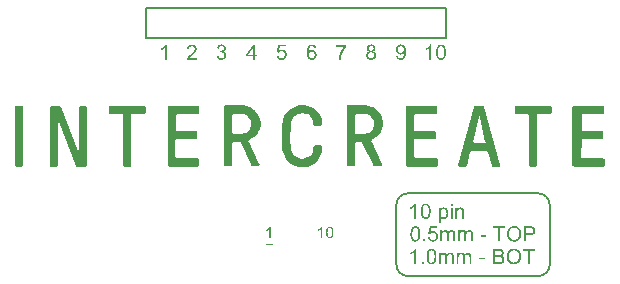
<source format=gto>
G04*
G04 #@! TF.GenerationSoftware,Altium Limited,Altium Designer,23.8.1 (32)*
G04*
G04 Layer_Color=65535*
%FSLAX44Y44*%
%MOMM*%
G71*
G04*
G04 #@! TF.SameCoordinates,F21FC784-CF66-45F2-9398-5FBE0A3DAB67*
G04*
G04*
G04 #@! TF.FilePolarity,Positive*
G04*
G01*
G75*
%ADD10C,0.2000*%
%ADD11C,0.1000*%
G36*
X384711Y198213D02*
X383136D01*
Y208222D01*
X383124D01*
X383111Y208197D01*
X383074Y208172D01*
X383036Y208135D01*
X382912Y208022D01*
X382737Y207885D01*
X382524Y207722D01*
X382262Y207535D01*
X381962Y207335D01*
X381637Y207135D01*
X381624D01*
X381599Y207110D01*
X381549Y207085D01*
X381487Y207048D01*
X381399Y206998D01*
X381312Y206948D01*
X381087Y206835D01*
X380837Y206710D01*
X380562Y206573D01*
X380275Y206448D01*
X380000Y206335D01*
Y207847D01*
X380012Y207860D01*
X380062Y207873D01*
X380125Y207910D01*
X380225Y207960D01*
X380337Y208022D01*
X380462Y208097D01*
X380612Y208172D01*
X380775Y208272D01*
X381137Y208485D01*
X381524Y208747D01*
X381912Y209035D01*
X382299Y209347D01*
X382312Y209360D01*
X382337Y209385D01*
X382399Y209435D01*
X382462Y209497D01*
X382537Y209585D01*
X382637Y209672D01*
X382737Y209785D01*
X382849Y209897D01*
X383074Y210159D01*
X383299Y210447D01*
X383511Y210759D01*
X383611Y210909D01*
X383686Y211072D01*
X384711D01*
Y198213D01*
D02*
G37*
G36*
X393171Y211059D02*
X393271Y211047D01*
X393396Y211034D01*
X393521Y211022D01*
X393796Y210972D01*
X394096Y210897D01*
X394409Y210784D01*
X394709Y210647D01*
X394721D01*
X394746Y210622D01*
X394784Y210609D01*
X394846Y210572D01*
X394983Y210472D01*
X395171Y210347D01*
X395371Y210172D01*
X395583Y209972D01*
X395796Y209722D01*
X395996Y209447D01*
Y209435D01*
X396021Y209410D01*
X396046Y209372D01*
X396083Y209310D01*
X396121Y209235D01*
X396171Y209147D01*
X396221Y209035D01*
X396283Y208922D01*
X396346Y208785D01*
X396408Y208647D01*
X396533Y208322D01*
X396670Y207948D01*
X396783Y207548D01*
Y207535D01*
X396796Y207498D01*
X396808Y207435D01*
X396833Y207348D01*
X396858Y207235D01*
X396883Y207098D01*
X396908Y206935D01*
X396933Y206748D01*
X396958Y206548D01*
X396983Y206310D01*
X397008Y206073D01*
X397033Y205798D01*
X397058Y205511D01*
X397070Y205198D01*
X397083Y204873D01*
Y204523D01*
Y204498D01*
Y204423D01*
Y204311D01*
X397070Y204148D01*
Y203961D01*
X397058Y203736D01*
X397045Y203499D01*
X397020Y203224D01*
X396995Y202936D01*
X396970Y202649D01*
X396883Y202036D01*
X396771Y201437D01*
X396696Y201162D01*
X396608Y200887D01*
Y200874D01*
X396583Y200824D01*
X396558Y200749D01*
X396521Y200662D01*
X396471Y200537D01*
X396408Y200412D01*
X396346Y200262D01*
X396258Y200100D01*
X396071Y199762D01*
X395833Y199400D01*
X395546Y199062D01*
X395383Y198900D01*
X395221Y198750D01*
X395208Y198737D01*
X395183Y198712D01*
X395133Y198675D01*
X395058Y198637D01*
X394971Y198575D01*
X394859Y198512D01*
X394734Y198450D01*
X394596Y198375D01*
X394434Y198300D01*
X394259Y198237D01*
X394071Y198175D01*
X393859Y198113D01*
X393646Y198075D01*
X393409Y198037D01*
X393171Y198013D01*
X392909Y198000D01*
X392822D01*
X392734Y198013D01*
X392597Y198025D01*
X392447Y198037D01*
X392259Y198075D01*
X392059Y198113D01*
X391847Y198162D01*
X391622Y198237D01*
X391384Y198325D01*
X391134Y198425D01*
X390897Y198550D01*
X390660Y198700D01*
X390422Y198875D01*
X390197Y199087D01*
X389997Y199312D01*
X389985Y199337D01*
X389947Y199387D01*
X389885Y199487D01*
X389797Y199625D01*
X389710Y199799D01*
X389597Y200012D01*
X389485Y200274D01*
X389372Y200574D01*
X389247Y200912D01*
X389135Y201299D01*
X389022Y201724D01*
X388935Y202186D01*
X388848Y202711D01*
X388785Y203261D01*
X388748Y203874D01*
X388735Y204523D01*
Y204536D01*
Y204548D01*
Y204623D01*
Y204748D01*
X388748Y204898D01*
Y205098D01*
X388760Y205311D01*
X388773Y205561D01*
X388797Y205835D01*
X388823Y206123D01*
X388848Y206423D01*
X388935Y207023D01*
X389048Y207635D01*
X389123Y207910D01*
X389197Y208185D01*
Y208197D01*
X389222Y208247D01*
X389247Y208322D01*
X389285Y208410D01*
X389335Y208535D01*
X389397Y208660D01*
X389460Y208810D01*
X389547Y208972D01*
X389735Y209322D01*
X389972Y209672D01*
X390260Y210009D01*
X390422Y210172D01*
X390585Y210322D01*
X390597Y210334D01*
X390622Y210359D01*
X390685Y210397D01*
X390747Y210434D01*
X390847Y210497D01*
X390947Y210559D01*
X391085Y210622D01*
X391222Y210697D01*
X391384Y210772D01*
X391559Y210834D01*
X391747Y210897D01*
X391959Y210959D01*
X392172Y210997D01*
X392409Y211034D01*
X392647Y211059D01*
X392909Y211072D01*
X393084D01*
X393171Y211059D01*
D02*
G37*
G36*
X358982D02*
X359095Y211047D01*
X359220Y211034D01*
X359370Y211022D01*
X359520Y210984D01*
X359882Y210909D01*
X360257Y210784D01*
X360457Y210709D01*
X360657Y210622D01*
X360857Y210522D01*
X361057Y210397D01*
X361069Y210384D01*
X361107Y210372D01*
X361157Y210322D01*
X361232Y210272D01*
X361319Y210197D01*
X361419Y210122D01*
X361519Y210022D01*
X361644Y209909D01*
X361769Y209772D01*
X361894Y209634D01*
X362031Y209472D01*
X362156Y209297D01*
X362281Y209110D01*
X362406Y208910D01*
X362531Y208697D01*
X362631Y208472D01*
X362644Y208460D01*
X362656Y208410D01*
X362681Y208347D01*
X362719Y208247D01*
X362756Y208110D01*
X362806Y207960D01*
X362856Y207773D01*
X362906Y207560D01*
X362956Y207323D01*
X362994Y207048D01*
X363044Y206760D01*
X363081Y206435D01*
X363119Y206085D01*
X363144Y205711D01*
X363169Y205298D01*
Y204873D01*
Y204861D01*
Y204848D01*
Y204811D01*
Y204761D01*
Y204636D01*
X363156Y204473D01*
Y204261D01*
X363144Y204023D01*
X363119Y203761D01*
X363106Y203461D01*
X363069Y203161D01*
X363044Y202836D01*
X362944Y202186D01*
X362881Y201861D01*
X362806Y201549D01*
X362731Y201249D01*
X362631Y200962D01*
Y200949D01*
X362606Y200899D01*
X362581Y200824D01*
X362531Y200724D01*
X362469Y200599D01*
X362406Y200462D01*
X362331Y200312D01*
X362231Y200137D01*
X362006Y199787D01*
X361731Y199412D01*
X361419Y199062D01*
X361232Y198900D01*
X361044Y198750D01*
X361032Y198737D01*
X360994Y198712D01*
X360944Y198675D01*
X360857Y198637D01*
X360757Y198575D01*
X360632Y198512D01*
X360494Y198450D01*
X360344Y198375D01*
X360169Y198300D01*
X359982Y198237D01*
X359782Y198175D01*
X359557Y198113D01*
X359332Y198075D01*
X359095Y198037D01*
X358845Y198013D01*
X358582Y198000D01*
X358432D01*
X358332Y198013D01*
X358207Y198025D01*
X358057Y198050D01*
X357882Y198075D01*
X357707Y198100D01*
X357320Y198200D01*
X357108Y198262D01*
X356908Y198350D01*
X356695Y198437D01*
X356495Y198550D01*
X356308Y198675D01*
X356120Y198825D01*
X356108Y198837D01*
X356083Y198862D01*
X356033Y198912D01*
X355970Y198975D01*
X355896Y199062D01*
X355808Y199175D01*
X355720Y199287D01*
X355620Y199437D01*
X355521Y199587D01*
X355421Y199775D01*
X355333Y199962D01*
X355246Y200175D01*
X355158Y200399D01*
X355083Y200649D01*
X355033Y200912D01*
X354983Y201187D01*
X356495Y201324D01*
Y201312D01*
X356508Y201274D01*
X356520Y201224D01*
X356533Y201149D01*
X356558Y201062D01*
X356583Y200962D01*
X356658Y200724D01*
X356758Y200474D01*
X356883Y200212D01*
X357033Y199974D01*
X357120Y199862D01*
X357220Y199762D01*
X357233D01*
X357245Y199737D01*
X357320Y199687D01*
X357433Y199612D01*
X357595Y199525D01*
X357795Y199437D01*
X358032Y199362D01*
X358307Y199312D01*
X358607Y199287D01*
X358732D01*
X358870Y199300D01*
X359045Y199325D01*
X359232Y199362D01*
X359457Y199425D01*
X359669Y199500D01*
X359882Y199612D01*
X359894D01*
X359907Y199625D01*
X359969Y199675D01*
X360069Y199750D01*
X360194Y199849D01*
X360344Y199974D01*
X360494Y200124D01*
X360632Y200299D01*
X360769Y200499D01*
Y200512D01*
X360782Y200524D01*
X360807Y200562D01*
X360832Y200599D01*
X360894Y200724D01*
X360969Y200899D01*
X361069Y201112D01*
X361169Y201374D01*
X361269Y201662D01*
X361357Y201999D01*
Y202012D01*
X361369Y202036D01*
X361381Y202099D01*
X361394Y202161D01*
X361407Y202249D01*
X361432Y202349D01*
X361456Y202461D01*
X361482Y202599D01*
X361519Y202886D01*
X361557Y203211D01*
X361581Y203561D01*
X361594Y203923D01*
Y203948D01*
Y204011D01*
Y204098D01*
Y204223D01*
X361569Y204198D01*
X361544Y204161D01*
X361507Y204111D01*
X361407Y203974D01*
X361257Y203799D01*
X361069Y203611D01*
X360844Y203411D01*
X360582Y203211D01*
X360294Y203024D01*
X360282D01*
X360257Y202999D01*
X360219Y202986D01*
X360157Y202949D01*
X360082Y202911D01*
X359982Y202874D01*
X359882Y202836D01*
X359770Y202799D01*
X359507Y202711D01*
X359207Y202636D01*
X358882Y202586D01*
X358532Y202561D01*
X358457D01*
X358382Y202574D01*
X358270D01*
X358132Y202599D01*
X357970Y202624D01*
X357795Y202661D01*
X357607Y202711D01*
X357395Y202761D01*
X357183Y202836D01*
X356958Y202936D01*
X356733Y203049D01*
X356508Y203174D01*
X356283Y203336D01*
X356058Y203511D01*
X355845Y203711D01*
X355833Y203724D01*
X355796Y203761D01*
X355746Y203836D01*
X355671Y203923D01*
X355596Y204036D01*
X355496Y204173D01*
X355396Y204336D01*
X355296Y204523D01*
X355196Y204723D01*
X355096Y204961D01*
X354996Y205211D01*
X354921Y205473D01*
X354846Y205773D01*
X354796Y206073D01*
X354758Y206398D01*
X354746Y206748D01*
Y206773D01*
Y206835D01*
X354758Y206935D01*
Y207073D01*
X354783Y207235D01*
X354808Y207423D01*
X354846Y207635D01*
X354883Y207873D01*
X354946Y208110D01*
X355021Y208372D01*
X355121Y208635D01*
X355221Y208897D01*
X355358Y209160D01*
X355508Y209410D01*
X355683Y209660D01*
X355883Y209884D01*
X355896Y209897D01*
X355933Y209935D01*
X355995Y209997D01*
X356095Y210072D01*
X356208Y210159D01*
X356333Y210259D01*
X356495Y210372D01*
X356670Y210484D01*
X356870Y210584D01*
X357095Y210697D01*
X357333Y210797D01*
X357583Y210884D01*
X357858Y210959D01*
X358145Y211022D01*
X358457Y211059D01*
X358770Y211072D01*
X358895D01*
X358982Y211059D01*
D02*
G37*
G36*
X333941D02*
X334090Y211047D01*
X334253Y211022D01*
X334428Y210984D01*
X334628Y210947D01*
X334840Y210897D01*
X335065Y210834D01*
X335290Y210759D01*
X335515Y210659D01*
X335740Y210547D01*
X335952Y210422D01*
X336165Y210272D01*
X336365Y210097D01*
X336377Y210084D01*
X336415Y210047D01*
X336465Y209997D01*
X336527Y209922D01*
X336602Y209834D01*
X336690Y209709D01*
X336777Y209585D01*
X336877Y209435D01*
X336977Y209272D01*
X337065Y209085D01*
X337152Y208897D01*
X337227Y208685D01*
X337290Y208460D01*
X337352Y208222D01*
X337377Y207985D01*
X337390Y207722D01*
Y207710D01*
Y207685D01*
Y207635D01*
X337377Y207573D01*
Y207498D01*
X337365Y207398D01*
X337327Y207185D01*
X337277Y206948D01*
X337190Y206685D01*
X337077Y206423D01*
X336915Y206160D01*
Y206148D01*
X336890Y206135D01*
X336827Y206048D01*
X336715Y205935D01*
X336565Y205786D01*
X336365Y205623D01*
X336128Y205461D01*
X335840Y205298D01*
X335503Y205148D01*
X335515D01*
X335553Y205136D01*
X335615Y205111D01*
X335690Y205073D01*
X335790Y205036D01*
X335903Y204986D01*
X336165Y204848D01*
X336452Y204673D01*
X336752Y204461D01*
X337040Y204211D01*
X337165Y204061D01*
X337290Y203911D01*
X337302Y203899D01*
X337315Y203874D01*
X337352Y203824D01*
X337390Y203761D01*
X337440Y203674D01*
X337490Y203586D01*
X337540Y203461D01*
X337602Y203336D01*
X337665Y203199D01*
X337715Y203036D01*
X337815Y202699D01*
X337890Y202299D01*
X337902Y202099D01*
X337915Y201874D01*
Y201861D01*
Y201799D01*
X337902Y201712D01*
Y201599D01*
X337877Y201462D01*
X337852Y201299D01*
X337815Y201112D01*
X337765Y200912D01*
X337702Y200699D01*
X337627Y200474D01*
X337540Y200249D01*
X337427Y200012D01*
X337290Y199775D01*
X337140Y199550D01*
X336952Y199325D01*
X336752Y199112D01*
X336740Y199100D01*
X336702Y199062D01*
X336627Y199012D01*
X336540Y198937D01*
X336427Y198850D01*
X336290Y198762D01*
X336115Y198662D01*
X335940Y198562D01*
X335728Y198450D01*
X335490Y198350D01*
X335240Y198262D01*
X334965Y198175D01*
X334678Y198100D01*
X334365Y198050D01*
X334040Y198013D01*
X333691Y198000D01*
X333603D01*
X333503Y198013D01*
X333378D01*
X333216Y198037D01*
X333028Y198062D01*
X332816Y198088D01*
X332591Y198137D01*
X332354Y198200D01*
X332104Y198275D01*
X331854Y198362D01*
X331604Y198475D01*
X331341Y198600D01*
X331091Y198750D01*
X330854Y198912D01*
X330629Y199112D01*
X330616Y199125D01*
X330579Y199162D01*
X330529Y199225D01*
X330454Y199312D01*
X330367Y199425D01*
X330266Y199562D01*
X330167Y199712D01*
X330054Y199887D01*
X329942Y200075D01*
X329842Y200287D01*
X329742Y200524D01*
X329654Y200774D01*
X329592Y201037D01*
X329529Y201312D01*
X329492Y201599D01*
X329479Y201912D01*
Y201924D01*
Y201961D01*
Y202036D01*
X329492Y202124D01*
X329504Y202224D01*
X329517Y202349D01*
X329529Y202486D01*
X329554Y202636D01*
X329629Y202974D01*
X329742Y203324D01*
X329817Y203499D01*
X329904Y203674D01*
X329992Y203836D01*
X330104Y203999D01*
X330117Y204011D01*
X330129Y204036D01*
X330167Y204074D01*
X330216Y204136D01*
X330291Y204211D01*
X330367Y204286D01*
X330466Y204373D01*
X330566Y204461D01*
X330691Y204561D01*
X330829Y204648D01*
X330979Y204748D01*
X331141Y204848D01*
X331316Y204936D01*
X331504Y205011D01*
X331704Y205086D01*
X331916Y205148D01*
X331904D01*
X331879Y205161D01*
X331816Y205186D01*
X331754Y205211D01*
X331679Y205248D01*
X331579Y205298D01*
X331366Y205411D01*
X331129Y205561D01*
X330879Y205735D01*
X330654Y205935D01*
X330454Y206173D01*
Y206185D01*
X330429Y206198D01*
X330416Y206235D01*
X330379Y206285D01*
X330341Y206360D01*
X330304Y206435D01*
X330229Y206623D01*
X330141Y206848D01*
X330066Y207123D01*
X330017Y207423D01*
X329992Y207760D01*
Y207773D01*
Y207822D01*
X330004Y207897D01*
Y207997D01*
X330017Y208110D01*
X330042Y208247D01*
X330079Y208410D01*
X330117Y208585D01*
X330167Y208760D01*
X330242Y208947D01*
X330317Y209147D01*
X330416Y209347D01*
X330529Y209535D01*
X330666Y209734D01*
X330816Y209922D01*
X330991Y210109D01*
X331004Y210122D01*
X331041Y210147D01*
X331091Y210197D01*
X331179Y210259D01*
X331279Y210334D01*
X331391Y210409D01*
X331541Y210497D01*
X331704Y210597D01*
X331879Y210684D01*
X332079Y210772D01*
X332304Y210847D01*
X332541Y210922D01*
X332803Y210984D01*
X333066Y211034D01*
X333366Y211059D01*
X333666Y211072D01*
X333828D01*
X333941Y211059D01*
D02*
G37*
G36*
X312648Y209422D02*
X312635Y209410D01*
X312598Y209360D01*
X312523Y209285D01*
X312435Y209185D01*
X312323Y209047D01*
X312198Y208897D01*
X312048Y208710D01*
X311886Y208497D01*
X311711Y208260D01*
X311511Y207997D01*
X311311Y207710D01*
X311098Y207398D01*
X310886Y207073D01*
X310661Y206723D01*
X310436Y206348D01*
X310211Y205948D01*
X310199Y205923D01*
X310161Y205848D01*
X310099Y205735D01*
X310011Y205573D01*
X309911Y205386D01*
X309799Y205148D01*
X309674Y204886D01*
X309536Y204586D01*
X309386Y204261D01*
X309236Y203923D01*
X309074Y203549D01*
X308924Y203174D01*
X308774Y202774D01*
X308624Y202361D01*
X308487Y201936D01*
X308362Y201512D01*
Y201499D01*
X308337Y201437D01*
X308312Y201349D01*
X308287Y201237D01*
X308249Y201087D01*
X308199Y200899D01*
X308162Y200699D01*
X308112Y200474D01*
X308062Y200224D01*
X308012Y199949D01*
X307962Y199662D01*
X307912Y199350D01*
X307862Y199037D01*
X307824Y198700D01*
X307762Y198000D01*
X306150D01*
Y198013D01*
Y198075D01*
X306162Y198150D01*
Y198262D01*
X306175Y198412D01*
X306187Y198587D01*
X306212Y198787D01*
X306237Y199012D01*
X306262Y199275D01*
X306300Y199550D01*
X306350Y199849D01*
X306412Y200162D01*
X306475Y200512D01*
X306550Y200862D01*
X306637Y201249D01*
X306737Y201637D01*
Y201649D01*
X306749Y201662D01*
X306762Y201737D01*
X306800Y201849D01*
X306837Y201999D01*
X306900Y202199D01*
X306974Y202424D01*
X307049Y202674D01*
X307149Y202961D01*
X307262Y203261D01*
X307387Y203586D01*
X307512Y203936D01*
X307662Y204286D01*
X307987Y205023D01*
X308362Y205773D01*
X308374Y205798D01*
X308412Y205861D01*
X308474Y205961D01*
X308549Y206110D01*
X308649Y206273D01*
X308762Y206473D01*
X308899Y206698D01*
X309049Y206935D01*
X309211Y207198D01*
X309386Y207473D01*
X309761Y208035D01*
X310186Y208597D01*
X310399Y208872D01*
X310623Y209135D01*
X304363D01*
Y210647D01*
X312648D01*
Y209422D01*
D02*
G37*
G36*
X283907Y211059D02*
X284045Y211047D01*
X284195Y211022D01*
X284357Y210997D01*
X284545Y210972D01*
X284932Y210859D01*
X285145Y210797D01*
X285345Y210709D01*
X285557Y210622D01*
X285757Y210497D01*
X285957Y210372D01*
X286144Y210222D01*
X286157Y210209D01*
X286182Y210184D01*
X286232Y210134D01*
X286294Y210072D01*
X286369Y209984D01*
X286457Y209872D01*
X286557Y209747D01*
X286657Y209610D01*
X286757Y209460D01*
X286857Y209272D01*
X286944Y209085D01*
X287044Y208872D01*
X287132Y208647D01*
X287194Y208410D01*
X287257Y208160D01*
X287306Y207885D01*
X285744Y207760D01*
Y207773D01*
X285732Y207798D01*
X285719Y207847D01*
X285707Y207910D01*
X285682Y207985D01*
X285657Y208072D01*
X285594Y208272D01*
X285507Y208497D01*
X285407Y208722D01*
X285282Y208935D01*
X285145Y209110D01*
X285132Y209122D01*
X285119Y209135D01*
X285082Y209172D01*
X285032Y209210D01*
X284970Y209272D01*
X284895Y209322D01*
X284707Y209447D01*
X284482Y209572D01*
X284207Y209685D01*
X283907Y209760D01*
X283745Y209772D01*
X283570Y209785D01*
X283445D01*
X283307Y209760D01*
X283120Y209734D01*
X282920Y209685D01*
X282695Y209610D01*
X282470Y209497D01*
X282245Y209360D01*
X282233D01*
X282208Y209335D01*
X282170Y209310D01*
X282120Y209260D01*
X281995Y209135D01*
X281820Y208960D01*
X281633Y208735D01*
X281433Y208460D01*
X281245Y208147D01*
X281071Y207773D01*
Y207760D01*
X281058Y207722D01*
X281033Y207660D01*
X281008Y207585D01*
X280971Y207473D01*
X280933Y207348D01*
X280896Y207185D01*
X280858Y207010D01*
X280821Y206810D01*
X280783Y206598D01*
X280746Y206348D01*
X280708Y206085D01*
X280683Y205798D01*
X280658Y205486D01*
X280646Y205161D01*
X280633Y204811D01*
X280646Y204823D01*
X280658Y204848D01*
X280696Y204898D01*
X280733Y204948D01*
X280783Y205023D01*
X280858Y205111D01*
X281021Y205298D01*
X281220Y205511D01*
X281458Y205723D01*
X281720Y205923D01*
X282020Y206098D01*
X282033D01*
X282058Y206110D01*
X282108Y206135D01*
X282158Y206160D01*
X282245Y206198D01*
X282333Y206235D01*
X282433Y206273D01*
X282545Y206310D01*
X282808Y206385D01*
X283095Y206460D01*
X283407Y206510D01*
X283745Y206523D01*
X283820D01*
X283895Y206510D01*
X284007D01*
X284145Y206485D01*
X284307Y206460D01*
X284482Y206423D01*
X284670Y206373D01*
X284870Y206310D01*
X285095Y206235D01*
X285307Y206148D01*
X285532Y206035D01*
X285769Y205898D01*
X285994Y205748D01*
X286207Y205561D01*
X286419Y205361D01*
X286432Y205348D01*
X286469Y205311D01*
X286519Y205236D01*
X286594Y205148D01*
X286682Y205036D01*
X286769Y204898D01*
X286869Y204736D01*
X286982Y204548D01*
X287082Y204348D01*
X287181Y204123D01*
X287269Y203874D01*
X287356Y203611D01*
X287431Y203324D01*
X287481Y203024D01*
X287519Y202711D01*
X287531Y202374D01*
Y202361D01*
Y202324D01*
Y202261D01*
X287519Y202174D01*
Y202062D01*
X287506Y201936D01*
X287494Y201799D01*
X287469Y201637D01*
X287406Y201287D01*
X287306Y200912D01*
X287181Y200524D01*
X287006Y200124D01*
Y200112D01*
X286982Y200075D01*
X286957Y200025D01*
X286907Y199962D01*
X286857Y199874D01*
X286794Y199775D01*
X286632Y199550D01*
X286419Y199287D01*
X286182Y199025D01*
X285894Y198775D01*
X285569Y198550D01*
X285557D01*
X285532Y198525D01*
X285482Y198500D01*
X285407Y198462D01*
X285319Y198425D01*
X285219Y198375D01*
X285107Y198325D01*
X284970Y198275D01*
X284832Y198225D01*
X284670Y198175D01*
X284320Y198088D01*
X283932Y198025D01*
X283720Y198013D01*
X283507Y198000D01*
X283420D01*
X283320Y198013D01*
X283183Y198025D01*
X283020Y198050D01*
X282820Y198075D01*
X282608Y198125D01*
X282370Y198175D01*
X282120Y198250D01*
X281870Y198350D01*
X281595Y198462D01*
X281333Y198612D01*
X281058Y198775D01*
X280796Y198962D01*
X280546Y199187D01*
X280308Y199437D01*
X280296Y199450D01*
X280258Y199512D01*
X280196Y199587D01*
X280121Y199712D01*
X280021Y199874D01*
X279921Y200075D01*
X279808Y200299D01*
X279696Y200574D01*
X279571Y200887D01*
X279459Y201237D01*
X279359Y201624D01*
X279271Y202062D01*
X279184Y202524D01*
X279121Y203049D01*
X279084Y203599D01*
X279071Y204198D01*
Y204211D01*
Y204236D01*
Y204286D01*
Y204361D01*
Y204448D01*
X279084Y204548D01*
Y204673D01*
X279096Y204811D01*
Y204948D01*
X279109Y205111D01*
X279146Y205461D01*
X279184Y205848D01*
X279246Y206260D01*
X279308Y206698D01*
X279408Y207148D01*
X279508Y207598D01*
X279646Y208047D01*
X279796Y208472D01*
X279983Y208885D01*
X280196Y209260D01*
X280433Y209597D01*
X280446Y209610D01*
X280483Y209660D01*
X280558Y209734D01*
X280658Y209822D01*
X280771Y209935D01*
X280921Y210059D01*
X281096Y210197D01*
X281283Y210334D01*
X281508Y210472D01*
X281745Y210609D01*
X282008Y210734D01*
X282295Y210847D01*
X282608Y210934D01*
X282933Y211009D01*
X283283Y211059D01*
X283657Y211072D01*
X283807D01*
X283907Y211059D01*
D02*
G37*
G36*
X261640Y209360D02*
X256504D01*
X255816Y205898D01*
X255829Y205910D01*
X255867Y205935D01*
X255929Y205973D01*
X256017Y206023D01*
X256116Y206085D01*
X256254Y206160D01*
X256391Y206223D01*
X256554Y206310D01*
X256729Y206385D01*
X256916Y206448D01*
X257329Y206585D01*
X257541Y206635D01*
X257766Y206673D01*
X258003Y206698D01*
X258241Y206710D01*
X258316D01*
X258403Y206698D01*
X258528D01*
X258666Y206673D01*
X258841Y206648D01*
X259028Y206610D01*
X259228Y206560D01*
X259441Y206498D01*
X259678Y206423D01*
X259916Y206335D01*
X260153Y206223D01*
X260390Y206085D01*
X260628Y205935D01*
X260853Y205748D01*
X261078Y205548D01*
X261090Y205536D01*
X261128Y205498D01*
X261190Y205423D01*
X261265Y205336D01*
X261353Y205223D01*
X261440Y205086D01*
X261553Y204923D01*
X261665Y204736D01*
X261765Y204536D01*
X261877Y204311D01*
X261965Y204061D01*
X262065Y203799D01*
X262127Y203511D01*
X262190Y203211D01*
X262227Y202886D01*
X262240Y202549D01*
Y202524D01*
Y202474D01*
X262227Y202386D01*
Y202261D01*
X262215Y202111D01*
X262190Y201936D01*
X262152Y201737D01*
X262115Y201524D01*
X262052Y201299D01*
X261990Y201049D01*
X261902Y200799D01*
X261803Y200549D01*
X261690Y200299D01*
X261553Y200037D01*
X261390Y199787D01*
X261215Y199550D01*
X261203Y199537D01*
X261153Y199487D01*
X261090Y199412D01*
X260990Y199312D01*
X260865Y199187D01*
X260715Y199062D01*
X260540Y198925D01*
X260340Y198775D01*
X260103Y198625D01*
X259853Y198487D01*
X259578Y198362D01*
X259278Y198237D01*
X258953Y198137D01*
X258616Y198062D01*
X258241Y198013D01*
X257854Y198000D01*
X257778D01*
X257691Y198013D01*
X257566D01*
X257416Y198025D01*
X257241Y198050D01*
X257054Y198088D01*
X256841Y198125D01*
X256616Y198175D01*
X256391Y198237D01*
X256154Y198312D01*
X255904Y198412D01*
X255667Y198525D01*
X255429Y198650D01*
X255204Y198800D01*
X254992Y198975D01*
X254979Y198987D01*
X254942Y199025D01*
X254892Y199075D01*
X254817Y199150D01*
X254729Y199250D01*
X254642Y199375D01*
X254529Y199512D01*
X254429Y199662D01*
X254317Y199837D01*
X254204Y200037D01*
X254104Y200249D01*
X254004Y200487D01*
X253917Y200737D01*
X253842Y200999D01*
X253780Y201274D01*
X253742Y201574D01*
X255392Y201712D01*
Y201699D01*
X255404Y201662D01*
X255417Y201599D01*
X255429Y201512D01*
X255454Y201412D01*
X255479Y201299D01*
X255567Y201024D01*
X255679Y200737D01*
X255816Y200437D01*
X256004Y200137D01*
X256116Y200012D01*
X256229Y199887D01*
X256241Y199874D01*
X256266Y199862D01*
X256304Y199837D01*
X256354Y199799D01*
X256416Y199750D01*
X256491Y199700D01*
X256691Y199587D01*
X256929Y199475D01*
X257204Y199387D01*
X257516Y199312D01*
X257679Y199300D01*
X257854Y199287D01*
X257966D01*
X258041Y199300D01*
X258141Y199312D01*
X258253Y199337D01*
X258378Y199362D01*
X258516Y199400D01*
X258828Y199500D01*
X258978Y199562D01*
X259141Y199650D01*
X259303Y199750D01*
X259466Y199862D01*
X259628Y199987D01*
X259778Y200137D01*
X259790Y200149D01*
X259816Y200175D01*
X259853Y200224D01*
X259903Y200299D01*
X259965Y200374D01*
X260028Y200487D01*
X260103Y200612D01*
X260178Y200749D01*
X260240Y200899D01*
X260315Y201074D01*
X260378Y201262D01*
X260440Y201462D01*
X260490Y201674D01*
X260528Y201912D01*
X260553Y202149D01*
X260565Y202411D01*
Y202424D01*
Y202474D01*
Y202536D01*
X260553Y202636D01*
X260540Y202749D01*
X260528Y202874D01*
X260503Y203024D01*
X260465Y203186D01*
X260378Y203524D01*
X260315Y203699D01*
X260240Y203874D01*
X260153Y204049D01*
X260053Y204223D01*
X259940Y204386D01*
X259803Y204536D01*
X259790Y204548D01*
X259765Y204573D01*
X259728Y204611D01*
X259666Y204661D01*
X259590Y204723D01*
X259503Y204786D01*
X259391Y204861D01*
X259278Y204936D01*
X259141Y204998D01*
X258991Y205073D01*
X258828Y205136D01*
X258653Y205198D01*
X258453Y205248D01*
X258253Y205286D01*
X258041Y205311D01*
X257816Y205323D01*
X257691D01*
X257616Y205311D01*
X257541D01*
X257354Y205286D01*
X257141Y205236D01*
X256916Y205173D01*
X256679Y205086D01*
X256441Y204973D01*
X256429D01*
X256416Y204961D01*
X256341Y204911D01*
X256229Y204836D01*
X256104Y204736D01*
X255942Y204598D01*
X255791Y204448D01*
X255629Y204273D01*
X255492Y204086D01*
X254017Y204273D01*
X255254Y210859D01*
X261640D01*
Y209360D01*
D02*
G37*
G36*
X277622Y159499D02*
X279184Y159187D01*
X282934Y158249D01*
X284809Y156999D01*
X286684Y155749D01*
X286997Y155437D01*
X287622Y155124D01*
X288247Y154187D01*
X289184Y153249D01*
X291059Y149812D01*
X291997Y147937D01*
X292309Y145750D01*
Y143562D01*
Y143250D01*
X291997Y142937D01*
X291684Y142625D01*
X290747Y142312D01*
X286059D01*
X285747Y142625D01*
X285122Y142937D01*
X284809Y143562D01*
Y144500D01*
Y144812D01*
Y145125D01*
X284497Y146687D01*
X283559Y148875D01*
X281997Y150750D01*
X281684Y151062D01*
X280434Y151999D01*
X278559Y152624D01*
X276059Y152937D01*
X275122D01*
X273247Y152624D01*
X271060Y151999D01*
X268872Y150750D01*
X268560Y150437D01*
X267622Y149187D01*
X266685Y147312D01*
X266060Y145125D01*
Y144500D01*
X265747Y143250D01*
Y141062D01*
Y138250D01*
X265435Y134812D01*
Y130750D01*
X266060Y122625D01*
Y122000D01*
X266685Y120437D01*
X267310Y118562D01*
X268872Y116687D01*
X269497Y116375D01*
X270747Y115750D01*
X272935Y114812D01*
X275435Y114500D01*
X276059D01*
X277622Y114812D01*
X279809Y115437D01*
X281684Y116687D01*
X281997Y117000D01*
X283247Y118250D01*
X284184Y120125D01*
X284809Y122625D01*
Y124187D01*
Y124500D01*
X285122Y125125D01*
X285434Y125437D01*
X286372Y125750D01*
X291059D01*
X291684Y125437D01*
X291997Y125125D01*
X292309Y124187D01*
Y122312D01*
Y122000D01*
X291997Y121375D01*
Y120125D01*
X291372Y118562D01*
X289809Y114812D01*
X288559Y113250D01*
X286997Y111375D01*
X286684Y111062D01*
X286372Y110750D01*
X285122Y110125D01*
X283872Y109187D01*
X282309Y108250D01*
X280434Y107625D01*
X278247Y107312D01*
X275747Y107000D01*
X274497D01*
X273247Y107312D01*
X271685Y107625D01*
X267935Y108875D01*
X265747Y109812D01*
X263872Y111375D01*
X263560Y111687D01*
X263247Y112312D01*
X262310Y113250D01*
X261372Y114500D01*
X259810Y117937D01*
X258872Y119812D01*
X258560Y122312D01*
Y122937D01*
Y124187D01*
Y126375D01*
Y129187D01*
Y132625D01*
Y136375D01*
Y144500D01*
Y144812D01*
X258872Y145750D01*
Y146687D01*
X259497Y148250D01*
X261060Y151999D01*
X262310Y153874D01*
X263872Y155437D01*
X264185Y155749D01*
X264810Y156062D01*
X265747Y156687D01*
X267310Y157624D01*
X270747Y159187D01*
X272935Y159499D01*
X275435Y159812D01*
X276684D01*
X277622Y159499D01*
D02*
G37*
G36*
X92624Y158562D02*
X92937Y157937D01*
Y108875D01*
Y108562D01*
Y108250D01*
X92312Y107937D01*
X91687Y107625D01*
X84499D01*
X84187Y107937D01*
X83874Y108562D01*
X69187Y145125D01*
X68875Y145437D01*
X68562D01*
X68250Y145125D01*
Y108562D01*
Y108250D01*
X67937Y107937D01*
X67625Y107312D01*
X66687Y107000D01*
X62937D01*
X62625Y107312D01*
X62000Y107625D01*
X61687Y108562D01*
Y157312D01*
Y157624D01*
X62000Y158249D01*
X62312Y158562D01*
X63250Y158874D01*
X70125D01*
X70437Y158562D01*
X70750Y157937D01*
X85124Y121062D01*
X85749Y120750D01*
X86062D01*
X86687Y121062D01*
Y157937D01*
Y158249D01*
X86999Y158562D01*
X87312Y158874D01*
X88249Y159187D01*
X92312D01*
X92624Y158562D01*
D02*
G37*
G36*
X329809Y159499D02*
X331371Y159187D01*
X335121Y158249D01*
X336684Y156999D01*
X338559Y155749D01*
X338871Y155437D01*
X339184Y155124D01*
X340121Y154187D01*
X341059Y153249D01*
X342934Y149812D01*
X344184Y145750D01*
Y145437D01*
Y144812D01*
Y143875D01*
X343871Y142625D01*
X343246Y139812D01*
X341684Y136687D01*
X341371Y136062D01*
X340121Y134500D01*
X337934Y132625D01*
X335121Y131062D01*
X334809Y130750D01*
X334184Y130125D01*
X333871Y129500D01*
Y128875D01*
X334184Y128562D01*
X342934Y110125D01*
Y109812D01*
Y109500D01*
Y108562D01*
X341996Y107937D01*
X336996D01*
X336371Y108250D01*
X335434Y108562D01*
X335121Y109500D01*
X326371Y127937D01*
Y128250D01*
X325746Y128562D01*
X325121Y128875D01*
X321059Y128562D01*
X320746Y128250D01*
X320434Y127937D01*
X320121D01*
Y109500D01*
Y109187D01*
X319809Y108875D01*
X319496Y108250D01*
X318559Y107937D01*
X313872D01*
X313559Y108250D01*
X313247Y108562D01*
X312934Y109500D01*
Y158249D01*
Y158562D01*
X313247Y159187D01*
X313559Y159499D01*
X314184Y159812D01*
X328559D01*
X329809Y159499D01*
D02*
G37*
G36*
X226060D02*
X227623Y159187D01*
X231060Y158249D01*
X232935Y156999D01*
X234810Y155749D01*
X235123Y155437D01*
X235435Y155124D01*
X236373Y154187D01*
X237310Y153249D01*
X239185Y149812D01*
X239810Y147937D01*
X240123Y145750D01*
Y145437D01*
Y144812D01*
Y143875D01*
Y142625D01*
X239498Y139812D01*
X237935Y136687D01*
X237623Y136062D01*
X236373Y134500D01*
X234185Y132625D01*
X231373Y131062D01*
X231060Y130750D01*
X230435Y130125D01*
X229810Y129500D01*
Y128875D01*
X230123Y128562D01*
X239185Y110125D01*
Y109812D01*
X239498Y109500D01*
X239185Y108562D01*
X238560Y107937D01*
X233248D01*
X232935Y108250D01*
X232310Y108562D01*
X231685Y109500D01*
X223560Y127937D01*
X223248Y128250D01*
X221998Y128875D01*
X216998Y128562D01*
X216685Y128250D01*
X216373Y127937D01*
X216060D01*
Y109500D01*
Y109187D01*
X215748Y108875D01*
X215435Y108250D01*
X214498Y107937D01*
X210435D01*
X210123Y108250D01*
X209498Y108562D01*
X209185Y109500D01*
Y158249D01*
Y158562D01*
X209498Y159187D01*
X209810Y159499D01*
X210748Y159812D01*
X224810D01*
X226060Y159499D01*
D02*
G37*
G36*
X530744Y158562D02*
X531056Y157937D01*
Y153874D01*
Y153562D01*
X530744Y152937D01*
X530432Y152312D01*
X529494Y151999D01*
X512307D01*
X511994Y151687D01*
Y151374D01*
Y138250D01*
X512307D01*
X512619Y137937D01*
X529494D01*
X529807Y137625D01*
X530119Y137312D01*
X530432Y136375D01*
Y132312D01*
Y132000D01*
Y131687D01*
X529807Y131375D01*
X529182Y131062D01*
X512619D01*
X512307Y130750D01*
X511994Y130437D01*
X511369Y115437D01*
Y115125D01*
X511682Y114812D01*
X511994Y114500D01*
X512307Y114812D01*
X530432D01*
X531056Y114500D01*
X531681Y114187D01*
X531994Y113250D01*
Y108875D01*
Y108562D01*
X531681Y108250D01*
X531369Y107937D01*
X530119Y107625D01*
X505744D01*
X505119Y107937D01*
X504494Y108250D01*
X504182Y108875D01*
Y157937D01*
Y158249D01*
X504494Y158562D01*
X505119Y158874D01*
X506057Y159187D01*
X530432D01*
X530744Y158562D01*
D02*
G37*
G36*
X486370D02*
X486682Y157937D01*
Y153874D01*
Y153562D01*
X486370Y152937D01*
X486057Y152312D01*
X485120Y151999D01*
X474495D01*
X474182Y151687D01*
X473870Y151374D01*
Y150750D01*
Y149812D01*
Y147937D01*
Y145437D01*
Y141687D01*
Y139187D01*
Y136687D01*
Y133875D01*
Y130437D01*
Y108875D01*
Y108562D01*
X473557Y108250D01*
X473245Y107937D01*
X472307Y107625D01*
X468245D01*
X467932Y107937D01*
X467307Y108250D01*
X466995Y108875D01*
Y151374D01*
Y151687D01*
X466682Y151999D01*
X456370D01*
X456057Y152312D01*
X455745Y152937D01*
X455432Y153874D01*
Y157937D01*
Y158249D01*
X455745Y158562D01*
X456057Y158874D01*
X456682Y159187D01*
X486057D01*
X486370Y158562D01*
D02*
G37*
G36*
X428870Y158874D02*
X429495Y158249D01*
X443245Y108875D01*
X442933Y108250D01*
X442620Y107937D01*
X441683Y107625D01*
X437308D01*
X436370Y107937D01*
X435745Y108562D01*
X432308Y119812D01*
Y120125D01*
X431995Y120437D01*
X431683Y120750D01*
X418558D01*
X417933Y120437D01*
X417308Y119812D01*
X414495Y108562D01*
X414183Y108250D01*
X413870Y107937D01*
X412933Y107625D01*
X408245D01*
X407933Y107937D01*
X407308Y108250D01*
X406996Y108875D01*
X421058Y158249D01*
Y158562D01*
X421370Y158874D01*
X421683Y159187D01*
X428558D01*
X428870Y158874D01*
D02*
G37*
G36*
X389496Y158562D02*
X389808Y157937D01*
Y153874D01*
Y153562D01*
Y152937D01*
X389183Y152312D01*
X388558Y151999D01*
X370746D01*
X369808Y151374D01*
Y138250D01*
X370121Y137937D01*
X387308D01*
X387933Y137625D01*
X388246Y137312D01*
X388558Y136375D01*
Y132312D01*
Y132000D01*
X388246Y131687D01*
X387933Y131375D01*
X386996Y131062D01*
X370433D01*
X370121Y130750D01*
X369808Y130437D01*
Y115437D01*
X370746D01*
Y115125D01*
Y114812D01*
X371058Y114500D01*
X371371Y114812D01*
X389183D01*
X389808Y114500D01*
X390121Y114187D01*
X390433Y113250D01*
Y108875D01*
Y108562D01*
X390121Y108250D01*
X389808Y107937D01*
X388871Y107625D01*
X364184D01*
X363871Y107937D01*
X363246Y108250D01*
X362934Y108875D01*
Y157937D01*
Y158249D01*
X363246Y158562D01*
X363559Y158874D01*
X364496Y159187D01*
X389183D01*
X389496Y158562D01*
D02*
G37*
G36*
X187936D02*
X188248Y157937D01*
Y153874D01*
Y153562D01*
X187936Y152937D01*
X187623Y152312D01*
X186686Y151999D01*
X169186D01*
X168248Y151374D01*
Y138250D01*
X168561Y137937D01*
X185748D01*
X186061Y137625D01*
X186373Y137312D01*
X186686Y136375D01*
Y132312D01*
Y132000D01*
Y131687D01*
X186061Y131375D01*
X185436Y131062D01*
X168873D01*
X167623Y130437D01*
Y115437D01*
X168873D01*
Y115125D01*
Y114812D01*
Y114500D01*
X169186Y114812D01*
X186998D01*
X187623Y114500D01*
X187936Y114187D01*
X188248Y113250D01*
Y108875D01*
Y108562D01*
X187936Y108250D01*
X187623Y107937D01*
X186686Y107625D01*
X162623D01*
X162311Y107937D01*
X161686Y108250D01*
X161373Y108875D01*
Y157937D01*
Y158249D01*
X161686Y158562D01*
X161998Y158874D01*
X162936Y159187D01*
X187623D01*
X187936Y158562D01*
D02*
G37*
G36*
X142624D02*
X142936Y157937D01*
Y153874D01*
Y153562D01*
X142624Y152937D01*
X142311Y152312D01*
X141374Y151999D01*
X130436D01*
Y151687D01*
X130749D01*
Y151374D01*
Y150750D01*
Y149812D01*
Y147937D01*
Y145437D01*
Y141687D01*
Y139187D01*
Y136687D01*
Y133875D01*
Y130437D01*
Y108875D01*
Y108562D01*
X130436Y108250D01*
X130124Y107937D01*
X129186Y107625D01*
X124499D01*
X124186Y107937D01*
X123561Y108250D01*
X123249Y108875D01*
Y151374D01*
Y151687D01*
Y151999D01*
X113249D01*
X112624Y152312D01*
X111999Y152937D01*
X111686Y153874D01*
Y157937D01*
Y158249D01*
X111999Y158562D01*
X112624Y158874D01*
X113561Y159187D01*
X142311D01*
X142624Y158562D01*
D02*
G37*
G36*
X38562D02*
X38875Y157937D01*
Y108875D01*
Y108562D01*
X38562Y108250D01*
X38250Y107937D01*
X37312Y107625D01*
X33250D01*
X32625Y107937D01*
X32000Y108250D01*
Y108875D01*
Y157937D01*
Y158249D01*
Y158562D01*
X32625Y158874D01*
X33563Y159187D01*
X38250D01*
X38562Y158562D01*
D02*
G37*
G36*
X292533Y47159D02*
X291353D01*
Y54667D01*
X291343D01*
X291334Y54648D01*
X291306Y54629D01*
X291278Y54601D01*
X291184Y54517D01*
X291053Y54414D01*
X290893Y54292D01*
X290696Y54151D01*
X290471Y54001D01*
X290228Y53851D01*
X290218D01*
X290200Y53833D01*
X290162Y53814D01*
X290115Y53786D01*
X290050Y53748D01*
X289984Y53711D01*
X289815Y53626D01*
X289628Y53533D01*
X289422Y53430D01*
X289206Y53336D01*
X289000Y53252D01*
Y54386D01*
X289009Y54395D01*
X289047Y54404D01*
X289094Y54433D01*
X289169Y54470D01*
X289253Y54517D01*
X289347Y54573D01*
X289459Y54629D01*
X289581Y54704D01*
X289853Y54864D01*
X290144Y55060D01*
X290434Y55276D01*
X290725Y55510D01*
X290734Y55520D01*
X290753Y55538D01*
X290800Y55576D01*
X290846Y55623D01*
X290903Y55688D01*
X290978Y55754D01*
X291053Y55838D01*
X291137Y55923D01*
X291306Y56119D01*
X291474Y56335D01*
X291634Y56569D01*
X291709Y56682D01*
X291765Y56804D01*
X292533D01*
Y47159D01*
D02*
G37*
G36*
X298879Y56794D02*
X298954Y56785D01*
X299047Y56776D01*
X299141Y56766D01*
X299347Y56729D01*
X299572Y56673D01*
X299807Y56588D01*
X300032Y56485D01*
X300041D01*
X300060Y56466D01*
X300088Y56457D01*
X300135Y56429D01*
X300238Y56354D01*
X300378Y56260D01*
X300528Y56129D01*
X300688Y55979D01*
X300847Y55792D01*
X300997Y55585D01*
Y55576D01*
X301016Y55557D01*
X301034Y55529D01*
X301063Y55482D01*
X301091Y55426D01*
X301128Y55360D01*
X301166Y55276D01*
X301213Y55192D01*
X301259Y55089D01*
X301306Y54985D01*
X301400Y54742D01*
X301503Y54461D01*
X301587Y54161D01*
Y54151D01*
X301597Y54123D01*
X301606Y54076D01*
X301625Y54011D01*
X301644Y53926D01*
X301662Y53823D01*
X301681Y53701D01*
X301700Y53561D01*
X301719Y53411D01*
X301737Y53233D01*
X301756Y53055D01*
X301775Y52849D01*
X301794Y52633D01*
X301803Y52399D01*
X301812Y52155D01*
Y51892D01*
Y51874D01*
Y51817D01*
Y51733D01*
X301803Y51611D01*
Y51471D01*
X301794Y51302D01*
X301784Y51124D01*
X301765Y50918D01*
X301747Y50702D01*
X301728Y50487D01*
X301662Y50027D01*
X301578Y49577D01*
X301522Y49371D01*
X301456Y49165D01*
Y49156D01*
X301437Y49118D01*
X301419Y49062D01*
X301391Y48996D01*
X301353Y48903D01*
X301306Y48809D01*
X301259Y48696D01*
X301194Y48575D01*
X301053Y48321D01*
X300875Y48050D01*
X300660Y47797D01*
X300538Y47675D01*
X300416Y47562D01*
X300406Y47553D01*
X300388Y47534D01*
X300350Y47506D01*
X300294Y47478D01*
X300228Y47431D01*
X300144Y47384D01*
X300050Y47337D01*
X299947Y47281D01*
X299825Y47225D01*
X299694Y47178D01*
X299554Y47131D01*
X299394Y47084D01*
X299235Y47056D01*
X299057Y47028D01*
X298879Y47009D01*
X298682Y47000D01*
X298616D01*
X298551Y47009D01*
X298448Y47019D01*
X298335Y47028D01*
X298195Y47056D01*
X298045Y47084D01*
X297885Y47122D01*
X297717Y47178D01*
X297538Y47244D01*
X297351Y47319D01*
X297173Y47412D01*
X296995Y47525D01*
X296817Y47656D01*
X296648Y47815D01*
X296498Y47984D01*
X296489Y48003D01*
X296461Y48040D01*
X296414Y48115D01*
X296348Y48218D01*
X296283Y48350D01*
X296198Y48509D01*
X296114Y48706D01*
X296029Y48931D01*
X295936Y49184D01*
X295851Y49474D01*
X295767Y49793D01*
X295701Y50140D01*
X295636Y50533D01*
X295589Y50946D01*
X295561Y51405D01*
X295551Y51892D01*
Y51902D01*
Y51911D01*
Y51968D01*
Y52061D01*
X295561Y52174D01*
Y52324D01*
X295570Y52483D01*
X295580Y52670D01*
X295598Y52877D01*
X295617Y53092D01*
X295636Y53317D01*
X295701Y53767D01*
X295786Y54226D01*
X295842Y54433D01*
X295898Y54639D01*
Y54648D01*
X295917Y54686D01*
X295936Y54742D01*
X295964Y54807D01*
X296001Y54901D01*
X296048Y54995D01*
X296095Y55107D01*
X296161Y55229D01*
X296301Y55492D01*
X296479Y55754D01*
X296695Y56007D01*
X296817Y56129D01*
X296939Y56241D01*
X296948Y56251D01*
X296967Y56269D01*
X297014Y56298D01*
X297060Y56326D01*
X297135Y56373D01*
X297210Y56420D01*
X297313Y56466D01*
X297417Y56523D01*
X297538Y56579D01*
X297670Y56626D01*
X297810Y56673D01*
X297970Y56719D01*
X298129Y56747D01*
X298307Y56776D01*
X298485Y56794D01*
X298682Y56804D01*
X298813D01*
X298879Y56794D01*
D02*
G37*
G36*
X235186Y202499D02*
X236911D01*
Y201062D01*
X235186D01*
Y198000D01*
X233612D01*
Y201062D01*
X228051D01*
Y202499D01*
X233899Y210809D01*
X235186D01*
Y202499D01*
D02*
G37*
G36*
X207020Y211059D02*
X207120D01*
X207220Y211047D01*
X207345Y211034D01*
X207483Y211022D01*
X207783Y210959D01*
X208095Y210884D01*
X208433Y210772D01*
X208770Y210622D01*
X208783D01*
X208808Y210597D01*
X208857Y210572D01*
X208920Y210534D01*
X208995Y210497D01*
X209070Y210434D01*
X209270Y210297D01*
X209495Y210122D01*
X209720Y209909D01*
X209932Y209660D01*
X210120Y209385D01*
Y209372D01*
X210145Y209347D01*
X210170Y209310D01*
X210195Y209247D01*
X210232Y209185D01*
X210270Y209097D01*
X210357Y208885D01*
X210445Y208647D01*
X210520Y208360D01*
X210570Y208060D01*
X210595Y207735D01*
Y207722D01*
Y207698D01*
Y207660D01*
X210582Y207598D01*
Y207523D01*
X210570Y207435D01*
X210545Y207235D01*
X210482Y206998D01*
X210407Y206748D01*
X210295Y206485D01*
X210145Y206223D01*
Y206210D01*
X210120Y206198D01*
X210095Y206160D01*
X210057Y206110D01*
X209957Y205986D01*
X209807Y205835D01*
X209620Y205660D01*
X209395Y205486D01*
X209132Y205311D01*
X208820Y205148D01*
X208832D01*
X208870Y205136D01*
X208932Y205123D01*
X209007Y205098D01*
X209107Y205061D01*
X209207Y205023D01*
X209470Y204911D01*
X209745Y204773D01*
X210045Y204573D01*
X210332Y204348D01*
X210457Y204211D01*
X210582Y204061D01*
X210595Y204049D01*
X210607Y204023D01*
X210644Y203974D01*
X210682Y203911D01*
X210732Y203836D01*
X210782Y203736D01*
X210844Y203624D01*
X210907Y203499D01*
X210957Y203349D01*
X211019Y203199D01*
X211069Y203024D01*
X211119Y202849D01*
X211194Y202449D01*
X211207Y202224D01*
X211219Y201999D01*
Y201987D01*
Y201924D01*
X211207Y201836D01*
Y201724D01*
X211182Y201574D01*
X211157Y201412D01*
X211119Y201224D01*
X211069Y201012D01*
X211007Y200799D01*
X210919Y200574D01*
X210819Y200337D01*
X210707Y200100D01*
X210557Y199862D01*
X210395Y199612D01*
X210207Y199387D01*
X209995Y199162D01*
X209982Y199150D01*
X209945Y199112D01*
X209870Y199050D01*
X209770Y198987D01*
X209657Y198887D01*
X209507Y198800D01*
X209345Y198687D01*
X209145Y198587D01*
X208932Y198475D01*
X208695Y198362D01*
X208445Y198275D01*
X208170Y198188D01*
X207883Y198113D01*
X207570Y198050D01*
X207245Y198013D01*
X206896Y198000D01*
X206821D01*
X206733Y198013D01*
X206621D01*
X206471Y198025D01*
X206308Y198050D01*
X206121Y198088D01*
X205908Y198125D01*
X205696Y198175D01*
X205471Y198250D01*
X205233Y198325D01*
X205009Y198425D01*
X204771Y198537D01*
X204534Y198675D01*
X204309Y198825D01*
X204096Y199000D01*
X204084Y199012D01*
X204046Y199050D01*
X203996Y199100D01*
X203921Y199187D01*
X203834Y199287D01*
X203734Y199400D01*
X203634Y199537D01*
X203521Y199700D01*
X203409Y199874D01*
X203296Y200075D01*
X203196Y200287D01*
X203097Y200524D01*
X203009Y200774D01*
X202934Y201037D01*
X202871Y201312D01*
X202834Y201612D01*
X204409Y201824D01*
Y201812D01*
X204421Y201761D01*
X204434Y201699D01*
X204459Y201599D01*
X204484Y201499D01*
X204521Y201362D01*
X204571Y201224D01*
X204621Y201074D01*
X204746Y200762D01*
X204909Y200437D01*
X205096Y200137D01*
X205208Y200012D01*
X205321Y199887D01*
X205333D01*
X205346Y199862D01*
X205383Y199837D01*
X205433Y199799D01*
X205496Y199750D01*
X205571Y199700D01*
X205758Y199600D01*
X205996Y199487D01*
X206271Y199387D01*
X206571Y199325D01*
X206733Y199312D01*
X206908Y199300D01*
X207020D01*
X207095Y199312D01*
X207195Y199325D01*
X207295Y199337D01*
X207420Y199362D01*
X207558Y199400D01*
X207858Y199487D01*
X208008Y199550D01*
X208170Y199625D01*
X208333Y199712D01*
X208483Y199812D01*
X208633Y199925D01*
X208783Y200062D01*
X208795Y200075D01*
X208820Y200100D01*
X208857Y200137D01*
X208908Y200199D01*
X208958Y200274D01*
X209020Y200362D01*
X209095Y200462D01*
X209170Y200587D01*
X209232Y200712D01*
X209307Y200862D01*
X209432Y201187D01*
X209470Y201362D01*
X209507Y201549D01*
X209532Y201749D01*
X209545Y201961D01*
Y201974D01*
Y202012D01*
Y202062D01*
X209532Y202149D01*
X209520Y202236D01*
X209507Y202349D01*
X209482Y202461D01*
X209457Y202599D01*
X209370Y202874D01*
X209320Y203024D01*
X209245Y203174D01*
X209157Y203324D01*
X209070Y203474D01*
X208958Y203611D01*
X208832Y203748D01*
X208820Y203761D01*
X208795Y203773D01*
X208757Y203811D01*
X208708Y203861D01*
X208633Y203911D01*
X208545Y203974D01*
X208458Y204036D01*
X208345Y204098D01*
X208220Y204161D01*
X208083Y204223D01*
X207770Y204336D01*
X207420Y204423D01*
X207233Y204436D01*
X207033Y204448D01*
X206958D01*
X206858Y204436D01*
X206733Y204423D01*
X206571Y204411D01*
X206383Y204386D01*
X206171Y204336D01*
X205933Y204286D01*
X206108Y205660D01*
X206133D01*
X206196Y205648D01*
X206283Y205636D01*
X206458D01*
X206533Y205648D01*
X206621D01*
X206721Y205660D01*
X206833Y205686D01*
X206958Y205698D01*
X207245Y205760D01*
X207545Y205861D01*
X207858Y205986D01*
X208170Y206160D01*
X208183Y206173D01*
X208208Y206185D01*
X208245Y206210D01*
X208295Y206260D01*
X208358Y206310D01*
X208433Y206385D01*
X208495Y206460D01*
X208583Y206560D01*
X208657Y206660D01*
X208720Y206785D01*
X208795Y206923D01*
X208857Y207060D01*
X208908Y207223D01*
X208945Y207398D01*
X208970Y207573D01*
X208983Y207773D01*
Y207785D01*
Y207810D01*
Y207860D01*
X208970Y207922D01*
Y207997D01*
X208958Y208085D01*
X208908Y208285D01*
X208845Y208510D01*
X208732Y208747D01*
X208595Y208985D01*
X208495Y209097D01*
X208395Y209210D01*
X208383Y209222D01*
X208370Y209235D01*
X208333Y209260D01*
X208295Y209297D01*
X208158Y209397D01*
X207983Y209497D01*
X207770Y209597D01*
X207508Y209697D01*
X207208Y209760D01*
X207058Y209785D01*
X206796D01*
X206733Y209772D01*
X206646D01*
X206558Y209760D01*
X206346Y209709D01*
X206096Y209647D01*
X205846Y209535D01*
X205583Y209397D01*
X205458Y209297D01*
X205346Y209197D01*
X205333Y209185D01*
X205321Y209172D01*
X205283Y209135D01*
X205246Y209085D01*
X205196Y209035D01*
X205146Y208960D01*
X205084Y208872D01*
X205021Y208772D01*
X204958Y208647D01*
X204883Y208522D01*
X204821Y208385D01*
X204758Y208222D01*
X204709Y208060D01*
X204646Y207873D01*
X204609Y207685D01*
X204571Y207473D01*
X202997Y207747D01*
Y207760D01*
X203009Y207822D01*
X203034Y207897D01*
X203059Y208010D01*
X203097Y208135D01*
X203146Y208297D01*
X203196Y208460D01*
X203271Y208647D01*
X203346Y208835D01*
X203446Y209035D01*
X203546Y209247D01*
X203671Y209447D01*
X203796Y209647D01*
X203946Y209847D01*
X204121Y210022D01*
X204296Y210197D01*
X204309Y210209D01*
X204346Y210234D01*
X204396Y210272D01*
X204484Y210334D01*
X204584Y210397D01*
X204696Y210472D01*
X204846Y210559D01*
X204996Y210634D01*
X205171Y210722D01*
X205371Y210797D01*
X205583Y210872D01*
X205808Y210934D01*
X206046Y210997D01*
X206296Y211034D01*
X206571Y211059D01*
X206845Y211072D01*
X206945D01*
X207020Y211059D01*
D02*
G37*
G36*
X182179Y210847D02*
X182316D01*
X182466Y210834D01*
X182641Y210809D01*
X182841Y210772D01*
X183066Y210734D01*
X183291Y210672D01*
X183528Y210609D01*
X183778Y210522D01*
X184016Y210422D01*
X184266Y210309D01*
X184491Y210172D01*
X184716Y210009D01*
X184928Y209834D01*
X184941Y209822D01*
X184978Y209785D01*
X185028Y209734D01*
X185091Y209647D01*
X185178Y209547D01*
X185266Y209435D01*
X185366Y209297D01*
X185466Y209135D01*
X185565Y208960D01*
X185665Y208760D01*
X185753Y208560D01*
X185840Y208335D01*
X185903Y208097D01*
X185953Y207835D01*
X185990Y207573D01*
X186003Y207298D01*
Y207285D01*
Y207260D01*
Y207223D01*
Y207173D01*
X185990Y207098D01*
Y207023D01*
X185965Y206823D01*
X185928Y206598D01*
X185865Y206335D01*
X185790Y206060D01*
X185678Y205786D01*
Y205773D01*
X185665Y205748D01*
X185640Y205711D01*
X185615Y205660D01*
X185578Y205586D01*
X185540Y205511D01*
X185428Y205311D01*
X185291Y205086D01*
X185103Y204811D01*
X184891Y204523D01*
X184628Y204223D01*
X184616Y204211D01*
X184591Y204186D01*
X184553Y204136D01*
X184491Y204074D01*
X184403Y203986D01*
X184316Y203886D01*
X184191Y203773D01*
X184053Y203636D01*
X183903Y203486D01*
X183716Y203311D01*
X183528Y203124D01*
X183304Y202924D01*
X183066Y202711D01*
X182804Y202474D01*
X182516Y202236D01*
X182216Y201974D01*
X182204Y201961D01*
X182154Y201924D01*
X182079Y201861D01*
X181991Y201786D01*
X181879Y201687D01*
X181754Y201574D01*
X181454Y201324D01*
X181154Y201062D01*
X180854Y200799D01*
X180717Y200674D01*
X180592Y200549D01*
X180479Y200449D01*
X180392Y200362D01*
X180379Y200349D01*
X180329Y200287D01*
X180254Y200199D01*
X180154Y200100D01*
X180054Y199962D01*
X179942Y199825D01*
X179829Y199675D01*
X179729Y199512D01*
X186015D01*
Y198000D01*
X177555D01*
Y198013D01*
Y198025D01*
Y198100D01*
Y198200D01*
X177568Y198350D01*
X177593Y198512D01*
X177617Y198700D01*
X177668Y198887D01*
X177730Y199087D01*
Y199100D01*
X177742Y199125D01*
X177767Y199175D01*
X177792Y199237D01*
X177830Y199312D01*
X177867Y199400D01*
X177980Y199625D01*
X178130Y199887D01*
X178305Y200175D01*
X178517Y200474D01*
X178767Y200787D01*
X178780Y200799D01*
X178805Y200824D01*
X178842Y200874D01*
X178905Y200937D01*
X178980Y201012D01*
X179067Y201112D01*
X179167Y201224D01*
X179292Y201349D01*
X179429Y201474D01*
X179580Y201624D01*
X179754Y201786D01*
X179929Y201961D01*
X180129Y202136D01*
X180342Y202324D01*
X180579Y202524D01*
X180817Y202724D01*
X180842Y202749D01*
X180904Y202799D01*
X181017Y202886D01*
X181154Y203011D01*
X181329Y203149D01*
X181516Y203324D01*
X181729Y203511D01*
X181954Y203711D01*
X182429Y204148D01*
X182891Y204598D01*
X183104Y204823D01*
X183304Y205048D01*
X183491Y205248D01*
X183641Y205448D01*
X183653Y205461D01*
X183678Y205498D01*
X183716Y205548D01*
X183753Y205623D01*
X183816Y205711D01*
X183878Y205811D01*
X183941Y205935D01*
X184016Y206060D01*
X184153Y206348D01*
X184278Y206660D01*
X184316Y206835D01*
X184353Y206998D01*
X184378Y207173D01*
X184391Y207335D01*
Y207348D01*
Y207373D01*
Y207423D01*
X184378Y207498D01*
X184366Y207573D01*
X184353Y207660D01*
X184303Y207885D01*
X184228Y208135D01*
X184103Y208397D01*
X184028Y208522D01*
X183941Y208660D01*
X183841Y208785D01*
X183716Y208910D01*
X183703Y208922D01*
X183691Y208935D01*
X183641Y208972D01*
X183591Y209010D01*
X183528Y209060D01*
X183441Y209110D01*
X183354Y209172D01*
X183241Y209235D01*
X183129Y209297D01*
X182991Y209360D01*
X182691Y209460D01*
X182354Y209535D01*
X182166Y209547D01*
X181966Y209560D01*
X181854D01*
X181779Y209547D01*
X181679Y209535D01*
X181567Y209522D01*
X181441Y209497D01*
X181317Y209472D01*
X181017Y209397D01*
X180717Y209272D01*
X180567Y209197D01*
X180417Y209097D01*
X180279Y208997D01*
X180142Y208872D01*
X180129Y208860D01*
X180117Y208847D01*
X180079Y208797D01*
X180042Y208747D01*
X179992Y208685D01*
X179929Y208597D01*
X179867Y208497D01*
X179804Y208385D01*
X179742Y208260D01*
X179679Y208122D01*
X179629Y207960D01*
X179567Y207798D01*
X179529Y207623D01*
X179492Y207423D01*
X179480Y207223D01*
X179467Y206998D01*
X177855Y207160D01*
Y207185D01*
X177867Y207235D01*
X177880Y207335D01*
X177892Y207460D01*
X177930Y207610D01*
X177967Y207785D01*
X178017Y207973D01*
X178067Y208185D01*
X178142Y208397D01*
X178230Y208622D01*
X178330Y208847D01*
X178442Y209085D01*
X178580Y209310D01*
X178730Y209522D01*
X178905Y209722D01*
X179092Y209909D01*
X179105Y209922D01*
X179142Y209947D01*
X179205Y209997D01*
X179292Y210059D01*
X179405Y210134D01*
X179529Y210209D01*
X179692Y210297D01*
X179867Y210384D01*
X180067Y210472D01*
X180279Y210559D01*
X180517Y210634D01*
X180779Y210709D01*
X181054Y210772D01*
X181354Y210822D01*
X181666Y210847D01*
X182004Y210859D01*
X182091D01*
X182179Y210847D01*
D02*
G37*
G36*
X415937Y34697D02*
X416062Y34685D01*
X416187Y34673D01*
X416337Y34648D01*
X416500Y34610D01*
X416837Y34523D01*
X417012Y34460D01*
X417200Y34385D01*
X417362Y34298D01*
X417537Y34185D01*
X417687Y34073D01*
X417837Y33935D01*
X417850Y33923D01*
X417874Y33898D01*
X417912Y33860D01*
X417949Y33798D01*
X418012Y33710D01*
X418074Y33610D01*
X418137Y33498D01*
X418212Y33360D01*
X418287Y33198D01*
X418349Y33023D01*
X418412Y32836D01*
X418474Y32623D01*
X418512Y32398D01*
X418549Y32148D01*
X418574Y31873D01*
X418587Y31586D01*
Y25212D01*
X417012D01*
Y31061D01*
Y31073D01*
Y31098D01*
Y31148D01*
Y31211D01*
Y31286D01*
X417000Y31386D01*
X416987Y31586D01*
X416975Y31798D01*
X416950Y32023D01*
X416900Y32236D01*
X416850Y32411D01*
X416837Y32436D01*
X416825Y32486D01*
X416787Y32561D01*
X416725Y32661D01*
X416650Y32761D01*
X416550Y32873D01*
X416437Y32985D01*
X416300Y33085D01*
X416287Y33098D01*
X416225Y33123D01*
X416150Y33173D01*
X416037Y33223D01*
X415900Y33260D01*
X415737Y33310D01*
X415563Y33335D01*
X415363Y33348D01*
X415263D01*
X415200Y33335D01*
X415113Y33323D01*
X415013Y33310D01*
X414788Y33260D01*
X414525Y33185D01*
X414250Y33073D01*
X414113Y32998D01*
X413988Y32910D01*
X413851Y32798D01*
X413726Y32685D01*
X413713Y32673D01*
X413700Y32661D01*
X413663Y32611D01*
X413625Y32561D01*
X413576Y32486D01*
X413526Y32411D01*
X413463Y32298D01*
X413413Y32186D01*
X413351Y32048D01*
X413288Y31886D01*
X413238Y31723D01*
X413188Y31536D01*
X413151Y31323D01*
X413113Y31098D01*
X413101Y30861D01*
X413088Y30599D01*
Y25212D01*
X411514D01*
Y31248D01*
Y31261D01*
Y31298D01*
Y31348D01*
Y31423D01*
X411501Y31511D01*
X411489Y31611D01*
X411464Y31836D01*
X411414Y32098D01*
X411351Y32361D01*
X411251Y32611D01*
X411126Y32823D01*
X411114Y32848D01*
X411051Y32910D01*
X410964Y32985D01*
X410826Y33085D01*
X410651Y33185D01*
X410439Y33260D01*
X410176Y33323D01*
X409877Y33348D01*
X409764D01*
X409639Y33335D01*
X409477Y33310D01*
X409289Y33260D01*
X409077Y33198D01*
X408852Y33110D01*
X408639Y32998D01*
X408614Y32985D01*
X408552Y32936D01*
X408452Y32848D01*
X408327Y32736D01*
X408189Y32598D01*
X408064Y32423D01*
X407939Y32211D01*
X407827Y31973D01*
Y31961D01*
X407814Y31948D01*
X407802Y31898D01*
X407789Y31848D01*
X407765Y31773D01*
X407752Y31698D01*
X407727Y31598D01*
X407702Y31473D01*
X407677Y31348D01*
X407652Y31198D01*
X407640Y31036D01*
X407615Y30861D01*
X407602Y30673D01*
X407590Y30474D01*
X407577Y30261D01*
Y30024D01*
Y25212D01*
X406003D01*
Y34498D01*
X407415D01*
Y33210D01*
X407440Y33223D01*
X407465Y33260D01*
X407490Y33310D01*
X407590Y33435D01*
X407727Y33585D01*
X407890Y33760D01*
X408089Y33948D01*
X408314Y34123D01*
X408577Y34285D01*
X408589D01*
X408614Y34298D01*
X408652Y34323D01*
X408702Y34348D01*
X408777Y34385D01*
X408852Y34423D01*
X409052Y34498D01*
X409302Y34573D01*
X409577Y34648D01*
X409889Y34697D01*
X410226Y34710D01*
X410326D01*
X410401Y34697D01*
X410489D01*
X410589Y34685D01*
X410826Y34660D01*
X411089Y34597D01*
X411376Y34523D01*
X411651Y34423D01*
X411913Y34273D01*
X411926D01*
X411939Y34248D01*
X412026Y34198D01*
X412138Y34098D01*
X412276Y33960D01*
X412426Y33798D01*
X412588Y33598D01*
X412726Y33360D01*
X412838Y33085D01*
X412851Y33098D01*
X412888Y33160D01*
X412951Y33235D01*
X413038Y33335D01*
X413151Y33460D01*
X413288Y33598D01*
X413438Y33748D01*
X413613Y33898D01*
X413813Y34048D01*
X414025Y34198D01*
X414263Y34335D01*
X414525Y34460D01*
X414788Y34560D01*
X415088Y34635D01*
X415388Y34697D01*
X415713Y34710D01*
X415850D01*
X415937Y34697D01*
D02*
G37*
G36*
X401029D02*
X401154Y34685D01*
X401279Y34673D01*
X401429Y34648D01*
X401591Y34610D01*
X401928Y34523D01*
X402104Y34460D01*
X402291Y34385D01*
X402453Y34298D01*
X402628Y34185D01*
X402778Y34073D01*
X402928Y33935D01*
X402941Y33923D01*
X402966Y33898D01*
X403003Y33860D01*
X403041Y33798D01*
X403103Y33710D01*
X403166Y33610D01*
X403228Y33498D01*
X403303Y33360D01*
X403378Y33198D01*
X403441Y33023D01*
X403503Y32836D01*
X403566Y32623D01*
X403603Y32398D01*
X403641Y32148D01*
X403666Y31873D01*
X403678Y31586D01*
Y25212D01*
X402104D01*
Y31061D01*
Y31073D01*
Y31098D01*
Y31148D01*
Y31211D01*
Y31286D01*
X402091Y31386D01*
X402079Y31586D01*
X402066Y31798D01*
X402041Y32023D01*
X401991Y32236D01*
X401941Y32411D01*
X401928Y32436D01*
X401916Y32486D01*
X401879Y32561D01*
X401816Y32661D01*
X401741Y32761D01*
X401641Y32873D01*
X401529Y32985D01*
X401391Y33085D01*
X401379Y33098D01*
X401316Y33123D01*
X401241Y33173D01*
X401129Y33223D01*
X400991Y33260D01*
X400829Y33310D01*
X400654Y33335D01*
X400454Y33348D01*
X400354D01*
X400291Y33335D01*
X400204Y33323D01*
X400104Y33310D01*
X399879Y33260D01*
X399617Y33185D01*
X399342Y33073D01*
X399204Y32998D01*
X399079Y32910D01*
X398942Y32798D01*
X398817Y32685D01*
X398804Y32673D01*
X398792Y32661D01*
X398754Y32611D01*
X398717Y32561D01*
X398667Y32486D01*
X398617Y32411D01*
X398554Y32298D01*
X398504Y32186D01*
X398442Y32048D01*
X398379Y31886D01*
X398330Y31723D01*
X398279Y31536D01*
X398242Y31323D01*
X398204Y31098D01*
X398192Y30861D01*
X398180Y30599D01*
Y25212D01*
X396605D01*
Y31248D01*
Y31261D01*
Y31298D01*
Y31348D01*
Y31423D01*
X396592Y31511D01*
X396580Y31611D01*
X396555Y31836D01*
X396505Y32098D01*
X396442Y32361D01*
X396343Y32611D01*
X396217Y32823D01*
X396205Y32848D01*
X396143Y32910D01*
X396055Y32985D01*
X395918Y33085D01*
X395743Y33185D01*
X395530Y33260D01*
X395268Y33323D01*
X394968Y33348D01*
X394855D01*
X394730Y33335D01*
X394568Y33310D01*
X394380Y33260D01*
X394168Y33198D01*
X393943Y33110D01*
X393731Y32998D01*
X393706Y32985D01*
X393643Y32936D01*
X393543Y32848D01*
X393418Y32736D01*
X393281Y32598D01*
X393156Y32423D01*
X393031Y32211D01*
X392918Y31973D01*
Y31961D01*
X392906Y31948D01*
X392893Y31898D01*
X392881Y31848D01*
X392856Y31773D01*
X392843Y31698D01*
X392818Y31598D01*
X392793Y31473D01*
X392768Y31348D01*
X392743Y31198D01*
X392731Y31036D01*
X392706Y30861D01*
X392693Y30673D01*
X392681Y30474D01*
X392668Y30261D01*
Y30024D01*
Y25212D01*
X391094D01*
Y34498D01*
X392506D01*
Y33210D01*
X392531Y33223D01*
X392556Y33260D01*
X392581Y33310D01*
X392681Y33435D01*
X392818Y33585D01*
X392981Y33760D01*
X393181Y33948D01*
X393406Y34123D01*
X393668Y34285D01*
X393681D01*
X393706Y34298D01*
X393743Y34323D01*
X393793Y34348D01*
X393868Y34385D01*
X393943Y34423D01*
X394143Y34498D01*
X394393Y34573D01*
X394668Y34648D01*
X394980Y34697D01*
X395318Y34710D01*
X395418D01*
X395493Y34697D01*
X395580D01*
X395680Y34685D01*
X395918Y34660D01*
X396180Y34597D01*
X396467Y34523D01*
X396742Y34423D01*
X397005Y34273D01*
X397017D01*
X397030Y34248D01*
X397117Y34198D01*
X397230Y34098D01*
X397367Y33960D01*
X397517Y33798D01*
X397680Y33598D01*
X397817Y33360D01*
X397930Y33085D01*
X397942Y33098D01*
X397980Y33160D01*
X398042Y33235D01*
X398130Y33335D01*
X398242Y33460D01*
X398379Y33598D01*
X398529Y33748D01*
X398704Y33898D01*
X398904Y34048D01*
X399117Y34198D01*
X399354Y34335D01*
X399617Y34460D01*
X399879Y34560D01*
X400179Y34635D01*
X400479Y34697D01*
X400804Y34710D01*
X400941D01*
X401029Y34697D01*
D02*
G37*
G36*
X430109Y29062D02*
X425273D01*
Y30649D01*
X430109D01*
Y29062D01*
D02*
G37*
G36*
X472073Y36510D02*
X467837D01*
Y25213D01*
X466137D01*
Y36510D01*
X461913D01*
Y38022D01*
X472073D01*
Y36510D01*
D02*
G37*
G36*
X442118Y38009D02*
X442268Y37997D01*
X442431Y37984D01*
X442593Y37972D01*
X442968Y37922D01*
X443368Y37859D01*
X443755Y37759D01*
X443930Y37697D01*
X444105Y37622D01*
X444118D01*
X444143Y37609D01*
X444193Y37584D01*
X444255Y37547D01*
X444330Y37509D01*
X444418Y37459D01*
X444618Y37322D01*
X444830Y37159D01*
X445067Y36947D01*
X445292Y36709D01*
X445492Y36422D01*
Y36410D01*
X445517Y36385D01*
X445542Y36347D01*
X445567Y36285D01*
X445617Y36210D01*
X445655Y36122D01*
X445755Y35910D01*
X445842Y35660D01*
X445930Y35372D01*
X445980Y35060D01*
X446005Y34735D01*
Y34722D01*
Y34697D01*
Y34660D01*
X445992Y34598D01*
Y34523D01*
X445980Y34435D01*
X445955Y34235D01*
X445892Y33998D01*
X445817Y33735D01*
X445705Y33460D01*
X445555Y33185D01*
Y33173D01*
X445530Y33148D01*
X445505Y33110D01*
X445467Y33061D01*
X445367Y32936D01*
X445217Y32773D01*
X445030Y32586D01*
X444793Y32386D01*
X444518Y32198D01*
X444205Y32023D01*
X444218D01*
X444255Y32011D01*
X444318Y31986D01*
X444393Y31961D01*
X444493Y31923D01*
X444605Y31873D01*
X444868Y31748D01*
X445155Y31586D01*
X445455Y31386D01*
X445742Y31136D01*
X445867Y30998D01*
X445992Y30849D01*
X446005Y30836D01*
X446017Y30811D01*
X446055Y30761D01*
X446092Y30699D01*
X446142Y30624D01*
X446192Y30536D01*
X446255Y30424D01*
X446317Y30299D01*
X446367Y30161D01*
X446430Y30024D01*
X446530Y29686D01*
X446605Y29324D01*
X446617Y29124D01*
X446630Y28911D01*
Y28899D01*
Y28874D01*
Y28824D01*
Y28762D01*
X446617Y28674D01*
X446605Y28587D01*
X446580Y28362D01*
X446530Y28112D01*
X446467Y27824D01*
X446367Y27537D01*
X446242Y27237D01*
Y27225D01*
X446230Y27199D01*
X446205Y27162D01*
X446180Y27112D01*
X446092Y26974D01*
X445980Y26800D01*
X445855Y26612D01*
X445692Y26412D01*
X445505Y26225D01*
X445305Y26050D01*
X445280Y26037D01*
X445205Y25987D01*
X445080Y25912D01*
X444917Y25812D01*
X444718Y25712D01*
X444468Y25612D01*
X444193Y25512D01*
X443893Y25425D01*
X443880D01*
X443855Y25412D01*
X443805Y25400D01*
X443743Y25387D01*
X443668Y25375D01*
X443568Y25362D01*
X443455Y25337D01*
X443318Y25325D01*
X443181Y25300D01*
X443018Y25275D01*
X442856Y25262D01*
X442668Y25250D01*
X442268Y25225D01*
X441831Y25213D01*
X436957Y25212D01*
Y38022D01*
X441993Y38022D01*
X442118Y38009D01*
D02*
G37*
G36*
X378410Y25212D02*
X376623D01*
Y26999D01*
X378410D01*
Y25212D01*
D02*
G37*
G36*
X371711D02*
X370137D01*
Y35222D01*
X370124D01*
X370112Y35197D01*
X370074Y35172D01*
X370037Y35135D01*
X369912Y35022D01*
X369737Y34885D01*
X369524Y34722D01*
X369262Y34535D01*
X368962Y34335D01*
X368637Y34135D01*
X368625D01*
X368600Y34110D01*
X368550Y34085D01*
X368487Y34048D01*
X368400Y33998D01*
X368312Y33948D01*
X368087Y33835D01*
X367837Y33710D01*
X367562Y33573D01*
X367275Y33448D01*
X367000Y33335D01*
Y34848D01*
X367012Y34860D01*
X367062Y34873D01*
X367125Y34910D01*
X367225Y34960D01*
X367337Y35022D01*
X367462Y35097D01*
X367612Y35172D01*
X367775Y35272D01*
X368137Y35485D01*
X368525Y35747D01*
X368912Y36035D01*
X369299Y36347D01*
X369312Y36360D01*
X369337Y36385D01*
X369399Y36435D01*
X369462Y36497D01*
X369537Y36584D01*
X369637Y36672D01*
X369737Y36785D01*
X369849Y36897D01*
X370074Y37159D01*
X370299Y37447D01*
X370512Y37759D01*
X370612Y37909D01*
X370686Y38072D01*
X371711D01*
Y25212D01*
D02*
G37*
G36*
X454878Y38234D02*
X455027Y38222D01*
X455215Y38197D01*
X455415Y38172D01*
X455640Y38147D01*
X455890Y38097D01*
X456140Y38034D01*
X456402Y37972D01*
X456677Y37884D01*
X456952Y37797D01*
X457227Y37672D01*
X457502Y37547D01*
X457777Y37397D01*
X457789Y37384D01*
X457839Y37359D01*
X457914Y37309D01*
X458014Y37247D01*
X458127Y37159D01*
X458264Y37047D01*
X458414Y36922D01*
X458589Y36785D01*
X458751Y36622D01*
X458939Y36447D01*
X459114Y36247D01*
X459301Y36035D01*
X459476Y35810D01*
X459639Y35560D01*
X459801Y35297D01*
X459951Y35022D01*
X459964Y35010D01*
X459989Y34960D01*
X460026Y34873D01*
X460064Y34760D01*
X460126Y34610D01*
X460189Y34448D01*
X460251Y34248D01*
X460326Y34023D01*
X460401Y33785D01*
X460463Y33523D01*
X460526Y33235D01*
X460588Y32936D01*
X460626Y32623D01*
X460663Y32298D01*
X460689Y31948D01*
X460701Y31598D01*
Y31573D01*
Y31511D01*
Y31411D01*
X460689Y31273D01*
X460676Y31098D01*
X460663Y30898D01*
X460639Y30674D01*
X460601Y30436D01*
X460564Y30174D01*
X460513Y29886D01*
X460451Y29599D01*
X460364Y29311D01*
X460276Y28999D01*
X460176Y28699D01*
X460051Y28399D01*
X459914Y28112D01*
X459901Y28099D01*
X459876Y28049D01*
X459826Y27962D01*
X459764Y27862D01*
X459689Y27737D01*
X459589Y27587D01*
X459476Y27424D01*
X459339Y27250D01*
X459189Y27062D01*
X459026Y26874D01*
X458839Y26675D01*
X458639Y26487D01*
X458427Y26300D01*
X458189Y26112D01*
X457939Y25950D01*
X457677Y25787D01*
X457664Y25775D01*
X457614Y25750D01*
X457539Y25712D01*
X457427Y25662D01*
X457289Y25600D01*
X457139Y25537D01*
X456952Y25462D01*
X456752Y25400D01*
X456527Y25325D01*
X456290Y25250D01*
X456027Y25187D01*
X455752Y25125D01*
X455477Y25075D01*
X455177Y25038D01*
X454878Y25013D01*
X454565Y25000D01*
X454390D01*
X454265Y25013D01*
X454103Y25025D01*
X453915Y25050D01*
X453715Y25075D01*
X453478Y25113D01*
X453240Y25150D01*
X452978Y25213D01*
X452715Y25275D01*
X452441Y25362D01*
X452153Y25462D01*
X451878Y25575D01*
X451603Y25712D01*
X451328Y25862D01*
X451316Y25875D01*
X451266Y25900D01*
X451191Y25950D01*
X451091Y26025D01*
X450979Y26112D01*
X450841Y26225D01*
X450691Y26350D01*
X450529Y26487D01*
X450354Y26650D01*
X450179Y26825D01*
X449991Y27025D01*
X449816Y27237D01*
X449641Y27462D01*
X449466Y27712D01*
X449316Y27974D01*
X449166Y28249D01*
X449154Y28262D01*
X449141Y28312D01*
X449104Y28399D01*
X449054Y28512D01*
X449004Y28649D01*
X448941Y28812D01*
X448867Y29011D01*
X448804Y29211D01*
X448741Y29449D01*
X448667Y29699D01*
X448604Y29961D01*
X448554Y30236D01*
X448504Y30524D01*
X448479Y30824D01*
X448454Y31136D01*
X448442Y31448D01*
Y31461D01*
Y31486D01*
Y31523D01*
Y31586D01*
X448454Y31661D01*
Y31761D01*
Y31861D01*
X448467Y31973D01*
X448492Y32248D01*
X448529Y32548D01*
X448592Y32898D01*
X448654Y33273D01*
X448741Y33660D01*
X448854Y34073D01*
X449004Y34485D01*
X449166Y34897D01*
X449366Y35310D01*
X449591Y35710D01*
X449854Y36085D01*
X450154Y36435D01*
X450179Y36460D01*
X450229Y36510D01*
X450329Y36597D01*
X450466Y36722D01*
X450629Y36860D01*
X450841Y37009D01*
X451078Y37172D01*
X451353Y37347D01*
X451653Y37509D01*
X451991Y37672D01*
X452353Y37822D01*
X452741Y37959D01*
X453165Y38084D01*
X453615Y38172D01*
X454078Y38222D01*
X454578Y38247D01*
X454753D01*
X454878Y38234D01*
D02*
G37*
G36*
X385145Y38059D02*
X385245Y38047D01*
X385370Y38034D01*
X385495Y38022D01*
X385770Y37972D01*
X386070Y37897D01*
X386382Y37784D01*
X386682Y37647D01*
X386695D01*
X386720Y37622D01*
X386757Y37609D01*
X386820Y37572D01*
X386957Y37472D01*
X387145Y37347D01*
X387345Y37172D01*
X387557Y36972D01*
X387770Y36722D01*
X387970Y36447D01*
Y36435D01*
X387995Y36410D01*
X388020Y36372D01*
X388057Y36310D01*
X388095Y36235D01*
X388145Y36147D01*
X388195Y36035D01*
X388257Y35922D01*
X388320Y35785D01*
X388382Y35647D01*
X388507Y35322D01*
X388644Y34948D01*
X388757Y34548D01*
Y34535D01*
X388769Y34498D01*
X388782Y34435D01*
X388807Y34348D01*
X388832Y34235D01*
X388857Y34098D01*
X388882Y33935D01*
X388907Y33748D01*
X388932Y33548D01*
X388957Y33310D01*
X388982Y33073D01*
X389007Y32798D01*
X389032Y32511D01*
X389044Y32198D01*
X389057Y31873D01*
Y31523D01*
Y31498D01*
Y31423D01*
Y31311D01*
X389044Y31148D01*
Y30961D01*
X389032Y30736D01*
X389019Y30499D01*
X388994Y30224D01*
X388969Y29936D01*
X388944Y29649D01*
X388857Y29037D01*
X388744Y28437D01*
X388669Y28162D01*
X388582Y27887D01*
Y27874D01*
X388557Y27824D01*
X388532Y27749D01*
X388494Y27662D01*
X388445Y27537D01*
X388382Y27412D01*
X388320Y27262D01*
X388232Y27099D01*
X388045Y26762D01*
X387807Y26400D01*
X387520Y26062D01*
X387357Y25900D01*
X387195Y25750D01*
X387182Y25737D01*
X387157Y25712D01*
X387107Y25675D01*
X387032Y25637D01*
X386945Y25575D01*
X386832Y25512D01*
X386707Y25450D01*
X386570Y25375D01*
X386408Y25300D01*
X386233Y25237D01*
X386045Y25175D01*
X385833Y25113D01*
X385620Y25075D01*
X385383Y25038D01*
X385145Y25013D01*
X384883Y25000D01*
X384795D01*
X384708Y25013D01*
X384571Y25025D01*
X384421Y25038D01*
X384233Y25075D01*
X384033Y25113D01*
X383821Y25162D01*
X383596Y25237D01*
X383358Y25325D01*
X383108Y25425D01*
X382871Y25550D01*
X382634Y25700D01*
X382396Y25875D01*
X382171Y26087D01*
X381971Y26312D01*
X381959Y26337D01*
X381921Y26387D01*
X381859Y26487D01*
X381771Y26625D01*
X381684Y26799D01*
X381571Y27012D01*
X381459Y27274D01*
X381346Y27574D01*
X381221Y27912D01*
X381109Y28299D01*
X380996Y28724D01*
X380909Y29186D01*
X380821Y29711D01*
X380759Y30261D01*
X380722Y30873D01*
X380709Y31523D01*
Y31536D01*
Y31548D01*
Y31623D01*
Y31748D01*
X380722Y31898D01*
Y32098D01*
X380734Y32311D01*
X380746Y32561D01*
X380771Y32836D01*
X380796Y33123D01*
X380821Y33423D01*
X380909Y34023D01*
X381021Y34635D01*
X381096Y34910D01*
X381171Y35185D01*
Y35197D01*
X381196Y35247D01*
X381221Y35322D01*
X381259Y35410D01*
X381309Y35535D01*
X381371Y35660D01*
X381434Y35810D01*
X381521Y35972D01*
X381709Y36322D01*
X381946Y36672D01*
X382234Y37009D01*
X382396Y37172D01*
X382559Y37322D01*
X382571Y37334D01*
X382596Y37359D01*
X382659Y37397D01*
X382721Y37434D01*
X382821Y37497D01*
X382921Y37559D01*
X383058Y37622D01*
X383196Y37697D01*
X383358Y37772D01*
X383533Y37834D01*
X383721Y37897D01*
X383933Y37959D01*
X384146Y37997D01*
X384383Y38034D01*
X384621Y38059D01*
X384883Y38072D01*
X385058D01*
X385145Y38059D01*
D02*
G37*
G36*
X417150Y53866D02*
X417275Y53854D01*
X417400Y53841D01*
X417550Y53816D01*
X417712Y53779D01*
X418049Y53691D01*
X418224Y53629D01*
X418412Y53554D01*
X418574Y53466D01*
X418749Y53354D01*
X418899Y53242D01*
X419049Y53104D01*
X419062Y53092D01*
X419087Y53067D01*
X419124Y53029D01*
X419162Y52967D01*
X419224Y52879D01*
X419287Y52779D01*
X419349Y52667D01*
X419424Y52529D01*
X419499Y52367D01*
X419562Y52192D01*
X419624Y52004D01*
X419687Y51792D01*
X419724Y51567D01*
X419762Y51317D01*
X419786Y51042D01*
X419799Y50755D01*
Y44381D01*
X418224D01*
Y50230D01*
Y50242D01*
Y50267D01*
Y50317D01*
Y50380D01*
Y50455D01*
X418212Y50555D01*
X418199Y50755D01*
X418187Y50967D01*
X418162Y51192D01*
X418112Y51405D01*
X418062Y51579D01*
X418049Y51604D01*
X418037Y51654D01*
X417999Y51729D01*
X417937Y51829D01*
X417862Y51929D01*
X417762Y52042D01*
X417649Y52154D01*
X417512Y52254D01*
X417500Y52267D01*
X417437Y52292D01*
X417362Y52342D01*
X417250Y52392D01*
X417112Y52429D01*
X416950Y52479D01*
X416775Y52504D01*
X416575Y52517D01*
X416475D01*
X416412Y52504D01*
X416325Y52492D01*
X416225Y52479D01*
X416000Y52429D01*
X415737Y52354D01*
X415463Y52242D01*
X415325Y52167D01*
X415200Y52079D01*
X415063Y51967D01*
X414938Y51854D01*
X414925Y51842D01*
X414913Y51829D01*
X414875Y51779D01*
X414838Y51729D01*
X414788Y51654D01*
X414738Y51579D01*
X414675Y51467D01*
X414625Y51354D01*
X414563Y51217D01*
X414500Y51055D01*
X414450Y50892D01*
X414400Y50705D01*
X414363Y50492D01*
X414325Y50267D01*
X414313Y50030D01*
X414300Y49767D01*
Y44381D01*
X412726D01*
Y50417D01*
Y50430D01*
Y50467D01*
Y50517D01*
Y50592D01*
X412713Y50680D01*
X412701Y50780D01*
X412676Y51005D01*
X412626Y51267D01*
X412563Y51529D01*
X412463Y51779D01*
X412338Y51992D01*
X412326Y52017D01*
X412263Y52079D01*
X412176Y52154D01*
X412038Y52254D01*
X411864Y52354D01*
X411651Y52429D01*
X411389Y52492D01*
X411089Y52517D01*
X410976D01*
X410851Y52504D01*
X410689Y52479D01*
X410501Y52429D01*
X410289Y52367D01*
X410064Y52279D01*
X409851Y52167D01*
X409827Y52154D01*
X409764Y52104D01*
X409664Y52017D01*
X409539Y51904D01*
X409402Y51767D01*
X409277Y51592D01*
X409152Y51379D01*
X409039Y51142D01*
Y51129D01*
X409027Y51117D01*
X409014Y51067D01*
X409002Y51017D01*
X408977Y50942D01*
X408964Y50867D01*
X408939Y50767D01*
X408914Y50642D01*
X408889Y50517D01*
X408864Y50367D01*
X408852Y50205D01*
X408827Y50030D01*
X408814Y49842D01*
X408802Y49642D01*
X408789Y49430D01*
Y49193D01*
Y44381D01*
X407215D01*
Y53666D01*
X408627D01*
Y52379D01*
X408652Y52392D01*
X408677Y52429D01*
X408702Y52479D01*
X408802Y52604D01*
X408939Y52754D01*
X409102Y52929D01*
X409302Y53116D01*
X409527Y53292D01*
X409789Y53454D01*
X409801D01*
X409827Y53466D01*
X409864Y53491D01*
X409914Y53516D01*
X409989Y53554D01*
X410064Y53591D01*
X410264Y53666D01*
X410514Y53741D01*
X410789Y53816D01*
X411101Y53866D01*
X411439Y53879D01*
X411539D01*
X411614Y53866D01*
X411701D01*
X411801Y53854D01*
X412038Y53829D01*
X412301Y53766D01*
X412588Y53691D01*
X412863Y53591D01*
X413126Y53441D01*
X413138D01*
X413151Y53417D01*
X413238Y53366D01*
X413351Y53267D01*
X413488Y53129D01*
X413638Y52967D01*
X413801Y52767D01*
X413938Y52529D01*
X414050Y52254D01*
X414063Y52267D01*
X414100Y52329D01*
X414163Y52404D01*
X414250Y52504D01*
X414363Y52629D01*
X414500Y52767D01*
X414650Y52917D01*
X414825Y53067D01*
X415025Y53217D01*
X415238Y53366D01*
X415475Y53504D01*
X415737Y53629D01*
X416000Y53729D01*
X416300Y53804D01*
X416600Y53866D01*
X416925Y53879D01*
X417062D01*
X417150Y53866D01*
D02*
G37*
G36*
X402241D02*
X402366Y53854D01*
X402491Y53841D01*
X402641Y53816D01*
X402803Y53779D01*
X403141Y53691D01*
X403316Y53629D01*
X403503Y53554D01*
X403666Y53466D01*
X403840Y53354D01*
X403991Y53242D01*
X404141Y53104D01*
X404153Y53092D01*
X404178Y53067D01*
X404215Y53029D01*
X404253Y52967D01*
X404315Y52879D01*
X404378Y52779D01*
X404440Y52667D01*
X404515Y52529D01*
X404590Y52367D01*
X404653Y52192D01*
X404715Y52004D01*
X404778Y51792D01*
X404815Y51567D01*
X404853Y51317D01*
X404878Y51042D01*
X404890Y50755D01*
Y44381D01*
X403316D01*
Y50230D01*
Y50242D01*
Y50267D01*
Y50317D01*
Y50380D01*
Y50455D01*
X403303Y50555D01*
X403291Y50755D01*
X403278Y50967D01*
X403253Y51192D01*
X403203Y51405D01*
X403153Y51579D01*
X403141Y51604D01*
X403128Y51654D01*
X403091Y51729D01*
X403028Y51829D01*
X402953Y51929D01*
X402853Y52042D01*
X402741Y52154D01*
X402603Y52254D01*
X402591Y52267D01*
X402528Y52292D01*
X402453Y52342D01*
X402341Y52392D01*
X402203Y52429D01*
X402041Y52479D01*
X401866Y52504D01*
X401666Y52517D01*
X401566D01*
X401504Y52504D01*
X401416Y52492D01*
X401316Y52479D01*
X401091Y52429D01*
X400829Y52354D01*
X400554Y52242D01*
X400416Y52167D01*
X400291Y52079D01*
X400154Y51967D01*
X400029Y51854D01*
X400017Y51842D01*
X400004Y51829D01*
X399967Y51779D01*
X399929Y51729D01*
X399879Y51654D01*
X399829Y51579D01*
X399767Y51467D01*
X399717Y51354D01*
X399654Y51217D01*
X399592Y51055D01*
X399542Y50892D01*
X399492Y50705D01*
X399454Y50492D01*
X399417Y50267D01*
X399404Y50030D01*
X399392Y49767D01*
Y44381D01*
X397817D01*
Y50417D01*
Y50430D01*
Y50467D01*
Y50517D01*
Y50592D01*
X397805Y50680D01*
X397792Y50780D01*
X397767Y51005D01*
X397717Y51267D01*
X397655Y51529D01*
X397555Y51779D01*
X397430Y51992D01*
X397417Y52017D01*
X397355Y52079D01*
X397267Y52154D01*
X397130Y52254D01*
X396955Y52354D01*
X396742Y52429D01*
X396480Y52492D01*
X396180Y52517D01*
X396068D01*
X395943Y52504D01*
X395780Y52479D01*
X395593Y52429D01*
X395380Y52367D01*
X395155Y52279D01*
X394943Y52167D01*
X394918Y52154D01*
X394855Y52104D01*
X394755Y52017D01*
X394630Y51904D01*
X394493Y51767D01*
X394368Y51592D01*
X394243Y51379D01*
X394131Y51142D01*
Y51129D01*
X394118Y51117D01*
X394105Y51067D01*
X394093Y51017D01*
X394068Y50942D01*
X394055Y50867D01*
X394031Y50767D01*
X394006Y50642D01*
X393981Y50517D01*
X393956Y50367D01*
X393943Y50205D01*
X393918Y50030D01*
X393906Y49842D01*
X393893Y49642D01*
X393881Y49430D01*
Y49193D01*
Y44381D01*
X392306D01*
Y53666D01*
X393718D01*
Y52379D01*
X393743Y52392D01*
X393768Y52429D01*
X393793Y52479D01*
X393893Y52604D01*
X394031Y52754D01*
X394193Y52929D01*
X394393Y53116D01*
X394618Y53292D01*
X394880Y53454D01*
X394893D01*
X394918Y53466D01*
X394955Y53491D01*
X395005Y53516D01*
X395080Y53554D01*
X395155Y53591D01*
X395355Y53666D01*
X395605Y53741D01*
X395880Y53816D01*
X396193Y53866D01*
X396530Y53879D01*
X396630D01*
X396705Y53866D01*
X396792D01*
X396892Y53854D01*
X397130Y53829D01*
X397392Y53766D01*
X397680Y53691D01*
X397955Y53591D01*
X398217Y53441D01*
X398229D01*
X398242Y53417D01*
X398330Y53366D01*
X398442Y53267D01*
X398579Y53129D01*
X398729Y52967D01*
X398892Y52767D01*
X399029Y52529D01*
X399142Y52254D01*
X399154Y52267D01*
X399192Y52329D01*
X399254Y52404D01*
X399342Y52504D01*
X399454Y52629D01*
X399592Y52767D01*
X399742Y52917D01*
X399916Y53067D01*
X400117Y53217D01*
X400329Y53366D01*
X400566Y53504D01*
X400829Y53629D01*
X401091Y53729D01*
X401391Y53804D01*
X401691Y53866D01*
X402016Y53879D01*
X402154D01*
X402241Y53866D01*
D02*
G37*
G36*
X431321Y48230D02*
X426485D01*
Y49817D01*
X431321D01*
Y48230D01*
D02*
G37*
G36*
X389819Y55528D02*
X384683D01*
X383996Y52067D01*
X384008Y52079D01*
X384046Y52104D01*
X384108Y52142D01*
X384196Y52192D01*
X384296Y52254D01*
X384433Y52329D01*
X384571Y52392D01*
X384733Y52479D01*
X384908Y52554D01*
X385095Y52617D01*
X385508Y52754D01*
X385720Y52804D01*
X385945Y52842D01*
X386183Y52867D01*
X386420Y52879D01*
X386495D01*
X386582Y52867D01*
X386707D01*
X386845Y52842D01*
X387020Y52817D01*
X387207Y52779D01*
X387407Y52729D01*
X387620Y52667D01*
X387857Y52592D01*
X388095Y52504D01*
X388332Y52392D01*
X388569Y52254D01*
X388807Y52104D01*
X389032Y51917D01*
X389257Y51717D01*
X389269Y51704D01*
X389307Y51667D01*
X389369Y51592D01*
X389444Y51504D01*
X389532Y51392D01*
X389619Y51255D01*
X389732Y51092D01*
X389844Y50905D01*
X389944Y50705D01*
X390057Y50480D01*
X390144Y50230D01*
X390244Y49967D01*
X390307Y49680D01*
X390369Y49380D01*
X390406Y49055D01*
X390419Y48718D01*
Y48693D01*
Y48643D01*
X390406Y48555D01*
Y48430D01*
X390394Y48280D01*
X390369Y48105D01*
X390331Y47905D01*
X390294Y47693D01*
X390232Y47468D01*
X390169Y47218D01*
X390082Y46968D01*
X389982Y46718D01*
X389869Y46468D01*
X389732Y46206D01*
X389569Y45956D01*
X389394Y45718D01*
X389382Y45706D01*
X389332Y45656D01*
X389269Y45581D01*
X389169Y45481D01*
X389044Y45356D01*
X388894Y45231D01*
X388719Y45094D01*
X388520Y44944D01*
X388282Y44794D01*
X388032Y44656D01*
X387757Y44531D01*
X387457Y44406D01*
X387132Y44306D01*
X386795Y44231D01*
X386420Y44181D01*
X386033Y44169D01*
X385958D01*
X385870Y44181D01*
X385745D01*
X385595Y44194D01*
X385420Y44219D01*
X385233Y44256D01*
X385020Y44294D01*
X384795Y44344D01*
X384571Y44406D01*
X384333Y44481D01*
X384083Y44581D01*
X383846Y44694D01*
X383608Y44819D01*
X383383Y44969D01*
X383171Y45144D01*
X383158Y45156D01*
X383121Y45194D01*
X383071Y45244D01*
X382996Y45318D01*
X382908Y45419D01*
X382821Y45543D01*
X382709Y45681D01*
X382608Y45831D01*
X382496Y46006D01*
X382383Y46206D01*
X382284Y46418D01*
X382184Y46656D01*
X382096Y46906D01*
X382021Y47168D01*
X381959Y47443D01*
X381921Y47743D01*
X383571Y47880D01*
Y47868D01*
X383583Y47830D01*
X383596Y47768D01*
X383608Y47680D01*
X383633Y47580D01*
X383658Y47468D01*
X383746Y47193D01*
X383858Y46906D01*
X383996Y46606D01*
X384183Y46306D01*
X384296Y46181D01*
X384408Y46056D01*
X384421Y46043D01*
X384445Y46031D01*
X384483Y46006D01*
X384533Y45968D01*
X384595Y45918D01*
X384670Y45868D01*
X384870Y45756D01*
X385108Y45643D01*
X385383Y45556D01*
X385695Y45481D01*
X385858Y45469D01*
X386033Y45456D01*
X386145D01*
X386220Y45469D01*
X386320Y45481D01*
X386432Y45506D01*
X386558Y45531D01*
X386695Y45568D01*
X387007Y45668D01*
X387157Y45731D01*
X387320Y45818D01*
X387482Y45918D01*
X387645Y46031D01*
X387807Y46156D01*
X387957Y46306D01*
X387970Y46318D01*
X387995Y46343D01*
X388032Y46393D01*
X388082Y46468D01*
X388145Y46543D01*
X388207Y46656D01*
X388282Y46781D01*
X388357Y46918D01*
X388419Y47068D01*
X388494Y47243D01*
X388557Y47431D01*
X388619Y47630D01*
X388669Y47843D01*
X388707Y48080D01*
X388732Y48318D01*
X388744Y48580D01*
Y48593D01*
Y48643D01*
Y48705D01*
X388732Y48805D01*
X388719Y48918D01*
X388707Y49043D01*
X388682Y49193D01*
X388644Y49355D01*
X388557Y49692D01*
X388494Y49867D01*
X388419Y50042D01*
X388332Y50217D01*
X388232Y50392D01*
X388120Y50555D01*
X387982Y50705D01*
X387970Y50717D01*
X387945Y50742D01*
X387907Y50780D01*
X387845Y50830D01*
X387770Y50892D01*
X387682Y50955D01*
X387570Y51030D01*
X387457Y51104D01*
X387320Y51167D01*
X387170Y51242D01*
X387007Y51304D01*
X386832Y51367D01*
X386632Y51417D01*
X386432Y51455D01*
X386220Y51479D01*
X385995Y51492D01*
X385870D01*
X385795Y51479D01*
X385720D01*
X385533Y51455D01*
X385320Y51405D01*
X385095Y51342D01*
X384858Y51255D01*
X384621Y51142D01*
X384608D01*
X384595Y51129D01*
X384520Y51080D01*
X384408Y51005D01*
X384283Y50905D01*
X384121Y50767D01*
X383971Y50617D01*
X383808Y50442D01*
X383671Y50255D01*
X382196Y50442D01*
X383433Y57028D01*
X389819D01*
Y55528D01*
D02*
G37*
G36*
X468487Y57178D02*
X468637D01*
X468949Y57165D01*
X469274Y57140D01*
X469586Y57103D01*
X469736Y57091D01*
X469861Y57066D01*
X469874D01*
X469899Y57053D01*
X469949D01*
X470024Y57028D01*
X470099Y57016D01*
X470199Y56991D01*
X470411Y56928D01*
X470661Y56853D01*
X470936Y56741D01*
X471198Y56616D01*
X471448Y56466D01*
X471461D01*
X471473Y56441D01*
X471548Y56391D01*
X471673Y56291D01*
X471811Y56153D01*
X471973Y55966D01*
X472148Y55766D01*
X472323Y55516D01*
X472473Y55229D01*
Y55216D01*
X472486Y55191D01*
X472510Y55153D01*
X472536Y55091D01*
X472560Y55016D01*
X472598Y54929D01*
X472635Y54829D01*
X472673Y54716D01*
X472748Y54454D01*
X472810Y54154D01*
X472860Y53829D01*
X472873Y53479D01*
Y53467D01*
Y53404D01*
X472860Y53316D01*
Y53204D01*
X472835Y53067D01*
X472823Y52904D01*
X472785Y52729D01*
X472748Y52529D01*
X472685Y52317D01*
X472623Y52092D01*
X472536Y51867D01*
X472435Y51629D01*
X472310Y51392D01*
X472173Y51167D01*
X472011Y50942D01*
X471823Y50717D01*
X471811Y50705D01*
X471773Y50667D01*
X471711Y50617D01*
X471623Y50542D01*
X471498Y50455D01*
X471348Y50367D01*
X471173Y50255D01*
X470961Y50155D01*
X470723Y50055D01*
X470448Y49955D01*
X470149Y49855D01*
X469799Y49767D01*
X469424Y49692D01*
X469011Y49642D01*
X468562Y49605D01*
X468074Y49592D01*
X464787D01*
Y44381D01*
X463088D01*
Y57190D01*
X468349D01*
X468487Y57178D01*
D02*
G37*
G36*
X447429Y55678D02*
X443193D01*
Y44381D01*
X441493D01*
Y55678D01*
X437270Y55678D01*
Y57190D01*
X447429Y57190D01*
Y55678D01*
D02*
G37*
G36*
X379622Y44381D02*
X377835D01*
Y46168D01*
X379622D01*
Y44381D01*
D02*
G37*
G36*
X455090Y57403D02*
X455240Y57390D01*
X455427Y57365D01*
X455627Y57340D01*
X455852Y57316D01*
X456102Y57266D01*
X456352Y57203D01*
X456614Y57140D01*
X456889Y57053D01*
X457164Y56966D01*
X457439Y56841D01*
X457714Y56716D01*
X457989Y56566D01*
X458002Y56553D01*
X458052Y56528D01*
X458127Y56478D01*
X458227Y56416D01*
X458339Y56328D01*
X458477Y56216D01*
X458627Y56091D01*
X458801Y55953D01*
X458964Y55791D01*
X459151Y55616D01*
X459326Y55416D01*
X459514Y55203D01*
X459689Y54979D01*
X459851Y54729D01*
X460014Y54466D01*
X460164Y54191D01*
X460176Y54179D01*
X460201Y54129D01*
X460239Y54041D01*
X460276Y53929D01*
X460339Y53779D01*
X460401Y53616D01*
X460463Y53417D01*
X460538Y53191D01*
X460614Y52954D01*
X460676Y52692D01*
X460738Y52404D01*
X460801Y52104D01*
X460838Y51792D01*
X460876Y51467D01*
X460901Y51117D01*
X460913Y50767D01*
Y50742D01*
Y50680D01*
Y50580D01*
X460901Y50442D01*
X460888Y50267D01*
X460876Y50067D01*
X460851Y49842D01*
X460813Y49605D01*
X460776Y49342D01*
X460726Y49055D01*
X460663Y48768D01*
X460576Y48480D01*
X460489Y48168D01*
X460389Y47868D01*
X460264Y47568D01*
X460126Y47281D01*
X460114Y47268D01*
X460089Y47218D01*
X460039Y47131D01*
X459976Y47031D01*
X459901Y46906D01*
X459801Y46756D01*
X459689Y46593D01*
X459551Y46418D01*
X459401Y46231D01*
X459239Y46043D01*
X459051Y45843D01*
X458852Y45656D01*
X458639Y45469D01*
X458402Y45281D01*
X458152Y45119D01*
X457889Y44956D01*
X457877Y44944D01*
X457827Y44919D01*
X457752Y44881D01*
X457639Y44831D01*
X457502Y44769D01*
X457352Y44706D01*
X457164Y44631D01*
X456964Y44569D01*
X456740Y44494D01*
X456502Y44419D01*
X456240Y44356D01*
X455965Y44294D01*
X455690Y44244D01*
X455390Y44206D01*
X455090Y44181D01*
X454777Y44169D01*
X454603D01*
X454478Y44181D01*
X454315Y44194D01*
X454128Y44219D01*
X453928Y44244D01*
X453690Y44281D01*
X453453Y44319D01*
X453190Y44381D01*
X452928Y44444D01*
X452653Y44531D01*
X452366Y44631D01*
X452091Y44744D01*
X451816Y44881D01*
X451541Y45031D01*
X451528Y45044D01*
X451478Y45069D01*
X451403Y45119D01*
X451303Y45194D01*
X451191Y45281D01*
X451054Y45394D01*
X450904Y45518D01*
X450741Y45656D01*
X450566Y45818D01*
X450391Y45993D01*
X450204Y46193D01*
X450029Y46406D01*
X449854Y46631D01*
X449679Y46881D01*
X449529Y47143D01*
X449379Y47418D01*
X449366Y47431D01*
X449354Y47481D01*
X449316Y47568D01*
X449266Y47680D01*
X449216Y47818D01*
X449154Y47980D01*
X449079Y48180D01*
X449016Y48380D01*
X448954Y48618D01*
X448879Y48868D01*
X448816Y49130D01*
X448767Y49405D01*
X448717Y49692D01*
X448692Y49992D01*
X448667Y50305D01*
X448654Y50617D01*
Y50630D01*
Y50655D01*
Y50692D01*
Y50755D01*
X448667Y50830D01*
Y50930D01*
Y51030D01*
X448679Y51142D01*
X448704Y51417D01*
X448741Y51717D01*
X448804Y52067D01*
X448867Y52442D01*
X448954Y52829D01*
X449067Y53242D01*
X449216Y53654D01*
X449379Y54066D01*
X449579Y54479D01*
X449804Y54879D01*
X450066Y55254D01*
X450366Y55603D01*
X450391Y55628D01*
X450441Y55678D01*
X450541Y55766D01*
X450679Y55891D01*
X450841Y56028D01*
X451054Y56178D01*
X451291Y56341D01*
X451566Y56516D01*
X451866Y56678D01*
X452203Y56841D01*
X452566Y56991D01*
X452953Y57128D01*
X453378Y57253D01*
X453828Y57340D01*
X454290Y57390D01*
X454790Y57415D01*
X454965D01*
X455090Y57403D01*
D02*
G37*
G36*
X371436Y57228D02*
X371536Y57215D01*
X371661Y57203D01*
X371786Y57190D01*
X372061Y57140D01*
X372361Y57066D01*
X372673Y56953D01*
X372973Y56816D01*
X372986D01*
X373011Y56791D01*
X373048Y56778D01*
X373111Y56741D01*
X373248Y56641D01*
X373436Y56516D01*
X373636Y56341D01*
X373848Y56141D01*
X374061Y55891D01*
X374261Y55616D01*
Y55603D01*
X374286Y55578D01*
X374311Y55541D01*
X374348Y55478D01*
X374386Y55403D01*
X374436Y55316D01*
X374486Y55203D01*
X374548Y55091D01*
X374610Y54954D01*
X374673Y54816D01*
X374798Y54491D01*
X374935Y54116D01*
X375048Y53716D01*
Y53704D01*
X375060Y53666D01*
X375073Y53604D01*
X375098Y53516D01*
X375123Y53404D01*
X375148Y53267D01*
X375173Y53104D01*
X375198Y52917D01*
X375223Y52717D01*
X375248Y52479D01*
X375273Y52242D01*
X375298Y51967D01*
X375323Y51679D01*
X375335Y51367D01*
X375348Y51042D01*
Y50692D01*
Y50667D01*
Y50592D01*
Y50480D01*
X375335Y50317D01*
Y50130D01*
X375323Y49905D01*
X375310Y49667D01*
X375285Y49392D01*
X375260Y49105D01*
X375235Y48818D01*
X375148Y48205D01*
X375035Y47605D01*
X374960Y47330D01*
X374873Y47056D01*
Y47043D01*
X374848Y46993D01*
X374823Y46918D01*
X374785Y46831D01*
X374735Y46706D01*
X374673Y46581D01*
X374610Y46431D01*
X374523Y46268D01*
X374336Y45931D01*
X374098Y45568D01*
X373811Y45231D01*
X373648Y45069D01*
X373486Y44919D01*
X373473Y44906D01*
X373448Y44881D01*
X373398Y44844D01*
X373323Y44806D01*
X373236Y44744D01*
X373123Y44681D01*
X372998Y44619D01*
X372861Y44544D01*
X372699Y44469D01*
X372524Y44406D01*
X372336Y44344D01*
X372124Y44281D01*
X371911Y44244D01*
X371674Y44206D01*
X371436Y44181D01*
X371174Y44169D01*
X371086D01*
X370999Y44181D01*
X370862Y44194D01*
X370712Y44206D01*
X370524Y44244D01*
X370324Y44281D01*
X370112Y44331D01*
X369887Y44406D01*
X369649Y44494D01*
X369399Y44594D01*
X369162Y44719D01*
X368924Y44869D01*
X368687Y45044D01*
X368462Y45256D01*
X368262Y45481D01*
X368250Y45506D01*
X368212Y45556D01*
X368150Y45656D01*
X368062Y45793D01*
X367975Y45968D01*
X367862Y46181D01*
X367750Y46443D01*
X367637Y46743D01*
X367512Y47081D01*
X367400Y47468D01*
X367287Y47893D01*
X367200Y48355D01*
X367112Y48880D01*
X367050Y49430D01*
X367012Y50042D01*
X367000Y50692D01*
Y50705D01*
Y50717D01*
Y50792D01*
Y50917D01*
X367012Y51067D01*
Y51267D01*
X367025Y51479D01*
X367038Y51729D01*
X367062Y52004D01*
X367088Y52292D01*
X367112Y52592D01*
X367200Y53191D01*
X367312Y53804D01*
X367387Y54079D01*
X367462Y54354D01*
Y54366D01*
X367487Y54416D01*
X367512Y54491D01*
X367550Y54579D01*
X367600Y54704D01*
X367662Y54829D01*
X367725Y54979D01*
X367812Y55141D01*
X368000Y55491D01*
X368237Y55841D01*
X368525Y56178D01*
X368687Y56341D01*
X368849Y56491D01*
X368862Y56503D01*
X368887Y56528D01*
X368950Y56566D01*
X369012Y56603D01*
X369112Y56666D01*
X369212Y56728D01*
X369349Y56791D01*
X369487Y56866D01*
X369649Y56941D01*
X369824Y57003D01*
X370012Y57066D01*
X370224Y57128D01*
X370437Y57165D01*
X370674Y57203D01*
X370911Y57228D01*
X371174Y57241D01*
X371349D01*
X371436Y57228D01*
D02*
G37*
G36*
X402628Y74559D02*
X401054D01*
Y76371D01*
X402628D01*
Y74559D01*
D02*
G37*
G36*
X395418Y73047D02*
X395518D01*
X395643Y73022D01*
X395780Y73009D01*
X395930Y72984D01*
X396255Y72909D01*
X396605Y72797D01*
X396780Y72734D01*
X396955Y72647D01*
X397130Y72559D01*
X397305Y72447D01*
X397317Y72434D01*
X397342Y72422D01*
X397392Y72384D01*
X397455Y72334D01*
X397530Y72272D01*
X397617Y72197D01*
X397717Y72109D01*
X397817Y71997D01*
X397930Y71884D01*
X398042Y71760D01*
X398154Y71610D01*
X398267Y71459D01*
X398379Y71285D01*
X398492Y71110D01*
X398679Y70710D01*
Y70697D01*
X398704Y70660D01*
X398729Y70597D01*
X398754Y70510D01*
X398792Y70410D01*
X398829Y70285D01*
X398867Y70147D01*
X398917Y69985D01*
X398967Y69810D01*
X399004Y69623D01*
X399042Y69423D01*
X399079Y69210D01*
X399129Y68760D01*
X399154Y68273D01*
Y68260D01*
Y68210D01*
Y68135D01*
X399142Y68035D01*
Y67910D01*
X399129Y67761D01*
X399117Y67598D01*
X399092Y67423D01*
X399067Y67223D01*
X399029Y67023D01*
X398942Y66586D01*
X398817Y66136D01*
X398642Y65698D01*
Y65686D01*
X398617Y65648D01*
X398592Y65586D01*
X398542Y65511D01*
X398492Y65411D01*
X398429Y65311D01*
X398267Y65049D01*
X398055Y64774D01*
X397805Y64486D01*
X397505Y64199D01*
X397155Y63949D01*
X397142Y63937D01*
X397117Y63924D01*
X397055Y63899D01*
X396992Y63861D01*
X396892Y63811D01*
X396792Y63762D01*
X396667Y63712D01*
X396530Y63649D01*
X396380Y63599D01*
X396230Y63537D01*
X395880Y63449D01*
X395505Y63374D01*
X395305Y63362D01*
X395105Y63349D01*
X394968D01*
X394905Y63362D01*
X394818D01*
X394630Y63387D01*
X394418Y63424D01*
X394180Y63487D01*
X393931Y63562D01*
X393693Y63674D01*
X393681D01*
X393668Y63686D01*
X393593Y63737D01*
X393481Y63799D01*
X393331Y63899D01*
X393168Y64024D01*
X392993Y64161D01*
X392831Y64324D01*
X392668Y64511D01*
Y60000D01*
X391094D01*
Y72847D01*
X392531D01*
Y71647D01*
X392556Y71672D01*
X392581Y71697D01*
X392618Y71747D01*
X392718Y71884D01*
X392856Y72034D01*
X393031Y72209D01*
X393218Y72384D01*
X393431Y72547D01*
X393668Y72697D01*
X393681D01*
X393693Y72709D01*
X393731Y72734D01*
X393781Y72759D01*
X393843Y72784D01*
X393918Y72809D01*
X394105Y72884D01*
X394330Y72947D01*
X394593Y73009D01*
X394893Y73047D01*
X395218Y73059D01*
X395330D01*
X395418Y73047D01*
D02*
G37*
G36*
X409589D02*
X409677D01*
X409889Y73022D01*
X410126Y72984D01*
X410376Y72922D01*
X410651Y72847D01*
X410914Y72747D01*
X410926D01*
X410939Y72734D01*
X410976Y72722D01*
X411026Y72697D01*
X411151Y72622D01*
X411314Y72534D01*
X411476Y72422D01*
X411651Y72284D01*
X411814Y72134D01*
X411964Y71959D01*
X411976Y71934D01*
X412026Y71872D01*
X412088Y71772D01*
X412163Y71634D01*
X412238Y71459D01*
X412326Y71260D01*
X412401Y71047D01*
X412463Y70797D01*
Y70772D01*
X412476Y70710D01*
X412488Y70597D01*
X412501Y70522D01*
X412513Y70447D01*
Y70347D01*
X412526Y70235D01*
Y70110D01*
X412538Y69960D01*
Y69810D01*
X412551Y69647D01*
Y69460D01*
Y69260D01*
Y63562D01*
X410976D01*
Y69210D01*
Y69223D01*
Y69248D01*
Y69298D01*
Y69373D01*
Y69448D01*
X410964Y69535D01*
X410951Y69748D01*
X410926Y69985D01*
X410901Y70222D01*
X410851Y70447D01*
X410789Y70647D01*
X410776Y70672D01*
X410751Y70722D01*
X410701Y70810D01*
X410639Y70922D01*
X410551Y71047D01*
X410439Y71172D01*
X410301Y71297D01*
X410139Y71410D01*
X410114Y71422D01*
X410051Y71459D01*
X409964Y71497D01*
X409827Y71560D01*
X409664Y71610D01*
X409477Y71647D01*
X409264Y71684D01*
X409039Y71697D01*
X408939D01*
X408877Y71684D01*
X408789Y71672D01*
X408689Y71659D01*
X408452Y71622D01*
X408177Y71535D01*
X407890Y71422D01*
X407739Y71347D01*
X407602Y71260D01*
X407452Y71160D01*
X407315Y71047D01*
X407302Y71035D01*
X407290Y71022D01*
X407252Y70972D01*
X407202Y70922D01*
X407152Y70847D01*
X407090Y70747D01*
X407015Y70635D01*
X406952Y70510D01*
X406890Y70360D01*
X406815Y70185D01*
X406752Y69985D01*
X406702Y69760D01*
X406652Y69523D01*
X406627Y69248D01*
X406602Y68960D01*
X406590Y68635D01*
Y63562D01*
X405015D01*
Y72847D01*
X406427D01*
Y71522D01*
X406440Y71535D01*
X406477Y71585D01*
X406540Y71659D01*
X406615Y71760D01*
X406727Y71884D01*
X406852Y72009D01*
X407002Y72147D01*
X407177Y72297D01*
X407377Y72434D01*
X407590Y72572D01*
X407840Y72709D01*
X408102Y72822D01*
X408389Y72922D01*
X408689Y72997D01*
X409027Y73047D01*
X409377Y73059D01*
X409514D01*
X409589Y73047D01*
D02*
G37*
G36*
X402628Y63562D02*
X401054D01*
Y72847D01*
X402628D01*
Y63562D01*
D02*
G37*
G36*
X371711D02*
X370137D01*
Y73572D01*
X370124D01*
X370112Y73547D01*
X370074Y73521D01*
X370037Y73484D01*
X369912Y73372D01*
X369737Y73234D01*
X369524Y73072D01*
X369262Y72884D01*
X368962Y72684D01*
X368637Y72484D01*
X368625D01*
X368600Y72459D01*
X368550Y72434D01*
X368487Y72397D01*
X368400Y72347D01*
X368312Y72297D01*
X368087Y72184D01*
X367837Y72059D01*
X367562Y71922D01*
X367275Y71797D01*
X367000Y71684D01*
Y73197D01*
X367012Y73209D01*
X367062Y73222D01*
X367125Y73259D01*
X367225Y73309D01*
X367337Y73372D01*
X367462Y73446D01*
X367612Y73521D01*
X367775Y73622D01*
X368137Y73834D01*
X368525Y74096D01*
X368912Y74384D01*
X369299Y74696D01*
X369312Y74709D01*
X369337Y74734D01*
X369399Y74784D01*
X369462Y74846D01*
X369537Y74934D01*
X369637Y75021D01*
X369737Y75134D01*
X369849Y75246D01*
X370074Y75508D01*
X370299Y75796D01*
X370512Y76108D01*
X370612Y76258D01*
X370686Y76421D01*
X371711D01*
Y63562D01*
D02*
G37*
G36*
X380172Y76408D02*
X380272Y76396D01*
X380396Y76383D01*
X380522Y76371D01*
X380796Y76321D01*
X381096Y76246D01*
X381409Y76133D01*
X381709Y75996D01*
X381721D01*
X381746Y75971D01*
X381784Y75958D01*
X381846Y75921D01*
X381984Y75821D01*
X382171Y75696D01*
X382371Y75521D01*
X382584Y75321D01*
X382796Y75071D01*
X382996Y74796D01*
Y74784D01*
X383021Y74759D01*
X383046Y74721D01*
X383083Y74659D01*
X383121Y74584D01*
X383171Y74496D01*
X383221Y74384D01*
X383283Y74271D01*
X383346Y74134D01*
X383408Y73996D01*
X383533Y73671D01*
X383671Y73297D01*
X383783Y72897D01*
Y72884D01*
X383796Y72847D01*
X383808Y72784D01*
X383833Y72697D01*
X383858Y72584D01*
X383883Y72447D01*
X383908Y72284D01*
X383933Y72097D01*
X383958Y71897D01*
X383983Y71659D01*
X384008Y71422D01*
X384033Y71147D01*
X384058Y70860D01*
X384071Y70547D01*
X384083Y70222D01*
Y69872D01*
Y69847D01*
Y69773D01*
Y69660D01*
X384071Y69497D01*
Y69310D01*
X384058Y69085D01*
X384046Y68848D01*
X384021Y68573D01*
X383996Y68285D01*
X383971Y67998D01*
X383883Y67386D01*
X383771Y66786D01*
X383696Y66511D01*
X383608Y66236D01*
Y66223D01*
X383583Y66173D01*
X383558Y66098D01*
X383521Y66011D01*
X383471Y65886D01*
X383408Y65761D01*
X383346Y65611D01*
X383258Y65449D01*
X383071Y65111D01*
X382833Y64749D01*
X382546Y64411D01*
X382383Y64249D01*
X382221Y64099D01*
X382209Y64086D01*
X382184Y64061D01*
X382134Y64024D01*
X382059Y63987D01*
X381971Y63924D01*
X381859Y63861D01*
X381734Y63799D01*
X381596Y63724D01*
X381434Y63649D01*
X381259Y63587D01*
X381071Y63524D01*
X380859Y63462D01*
X380647Y63424D01*
X380409Y63387D01*
X380172Y63362D01*
X379909Y63349D01*
X379822D01*
X379734Y63362D01*
X379597Y63374D01*
X379447Y63387D01*
X379259Y63424D01*
X379059Y63462D01*
X378847Y63512D01*
X378622Y63587D01*
X378385Y63674D01*
X378135Y63774D01*
X377897Y63899D01*
X377660Y64049D01*
X377422Y64224D01*
X377197Y64436D01*
X376997Y64661D01*
X376985Y64686D01*
X376947Y64736D01*
X376885Y64836D01*
X376797Y64974D01*
X376710Y65149D01*
X376598Y65361D01*
X376485Y65623D01*
X376373Y65924D01*
X376248Y66261D01*
X376135Y66648D01*
X376023Y67073D01*
X375935Y67536D01*
X375848Y68060D01*
X375785Y68610D01*
X375748Y69223D01*
X375735Y69872D01*
Y69885D01*
Y69897D01*
Y69972D01*
Y70097D01*
X375748Y70247D01*
Y70447D01*
X375760Y70660D01*
X375773Y70910D01*
X375798Y71185D01*
X375823Y71472D01*
X375848Y71772D01*
X375935Y72372D01*
X376048Y72984D01*
X376123Y73259D01*
X376198Y73534D01*
Y73547D01*
X376223Y73597D01*
X376248Y73671D01*
X376285Y73759D01*
X376335Y73884D01*
X376398Y74009D01*
X376460Y74159D01*
X376548Y74321D01*
X376735Y74671D01*
X376972Y75021D01*
X377260Y75359D01*
X377422Y75521D01*
X377585Y75671D01*
X377597Y75683D01*
X377622Y75708D01*
X377685Y75746D01*
X377747Y75783D01*
X377847Y75846D01*
X377947Y75908D01*
X378085Y75971D01*
X378222Y76046D01*
X378385Y76121D01*
X378559Y76183D01*
X378747Y76246D01*
X378959Y76308D01*
X379172Y76346D01*
X379409Y76383D01*
X379647Y76408D01*
X379909Y76421D01*
X380084D01*
X380172Y76408D01*
D02*
G37*
G36*
X248533Y47000D02*
X247353D01*
Y54507D01*
X247343D01*
X247334Y54489D01*
X247306Y54470D01*
X247278Y54442D01*
X247184Y54358D01*
X247053Y54254D01*
X246893Y54133D01*
X246696Y53992D01*
X246472Y53842D01*
X246228Y53692D01*
X246218D01*
X246200Y53673D01*
X246162Y53655D01*
X246115Y53626D01*
X246050Y53589D01*
X245984Y53552D01*
X245815Y53467D01*
X245628Y53373D01*
X245422Y53270D01*
X245206Y53177D01*
X245000Y53092D01*
Y54226D01*
X245009Y54236D01*
X245047Y54245D01*
X245094Y54273D01*
X245169Y54311D01*
X245253Y54358D01*
X245347Y54414D01*
X245459Y54470D01*
X245581Y54545D01*
X245853Y54704D01*
X246143Y54901D01*
X246434Y55117D01*
X246725Y55351D01*
X246734Y55360D01*
X246753Y55379D01*
X246800Y55417D01*
X246846Y55464D01*
X246903Y55529D01*
X246978Y55595D01*
X247053Y55679D01*
X247137Y55763D01*
X247306Y55960D01*
X247474Y56176D01*
X247634Y56410D01*
X247709Y56523D01*
X247765Y56644D01*
X248533D01*
Y47000D01*
D02*
G37*
G36*
X160711Y198000D02*
X159137D01*
Y208010D01*
X159124D01*
X159112Y207985D01*
X159074Y207960D01*
X159037Y207922D01*
X158912Y207810D01*
X158737Y207673D01*
X158524Y207510D01*
X158262Y207323D01*
X157962Y207123D01*
X157637Y206923D01*
X157625D01*
X157600Y206898D01*
X157550Y206873D01*
X157487Y206835D01*
X157400Y206785D01*
X157312Y206735D01*
X157087Y206623D01*
X156837Y206498D01*
X156562Y206360D01*
X156275Y206235D01*
X156000Y206123D01*
Y207635D01*
X156012Y207647D01*
X156062Y207660D01*
X156125Y207698D01*
X156225Y207747D01*
X156337Y207810D01*
X156462Y207885D01*
X156612Y207960D01*
X156775Y208060D01*
X157137Y208272D01*
X157525Y208535D01*
X157912Y208822D01*
X158299Y209135D01*
X158312Y209147D01*
X158337Y209172D01*
X158399Y209222D01*
X158462Y209285D01*
X158537Y209372D01*
X158637Y209460D01*
X158737Y209572D01*
X158849Y209685D01*
X159074Y209947D01*
X159299Y210234D01*
X159512Y210547D01*
X159612Y210697D01*
X159686Y210859D01*
X160711D01*
Y198000D01*
D02*
G37*
%LPC*%
G36*
X392884Y209772D02*
X392784D01*
X392709Y209760D01*
X392609Y209747D01*
X392509Y209722D01*
X392259Y209660D01*
X392122Y209610D01*
X391984Y209547D01*
X391834Y209472D01*
X391697Y209385D01*
X391547Y209272D01*
X391409Y209147D01*
X391272Y209010D01*
X391147Y208847D01*
X391134Y208835D01*
X391110Y208797D01*
X391072Y208722D01*
X391022Y208610D01*
X390960Y208485D01*
X390897Y208310D01*
X390822Y208110D01*
X390747Y207873D01*
X390672Y207585D01*
X390597Y207273D01*
X390535Y206923D01*
X390472Y206523D01*
X390422Y206098D01*
X390385Y205611D01*
X390360Y205086D01*
X390347Y204523D01*
Y204511D01*
Y204486D01*
Y204448D01*
Y204386D01*
Y204311D01*
Y204223D01*
X390360Y204123D01*
Y204011D01*
X390372Y203761D01*
X390385Y203474D01*
X390410Y203149D01*
X390435Y202811D01*
X390522Y202111D01*
X390585Y201761D01*
X390660Y201424D01*
X390747Y201099D01*
X390847Y200799D01*
X390960Y200537D01*
X391085Y200324D01*
X391097Y200312D01*
X391122Y200274D01*
X391159Y200224D01*
X391222Y200162D01*
X391284Y200087D01*
X391372Y200000D01*
X391472Y199900D01*
X391584Y199812D01*
X391722Y199712D01*
X391859Y199612D01*
X392172Y199450D01*
X392334Y199387D01*
X392522Y199337D01*
X392709Y199300D01*
X392909Y199287D01*
X392959D01*
X393009Y199300D01*
X393084D01*
X393184Y199325D01*
X393284Y199337D01*
X393409Y199375D01*
X393534Y199412D01*
X393684Y199475D01*
X393821Y199537D01*
X393971Y199625D01*
X394121Y199725D01*
X394284Y199849D01*
X394434Y199987D01*
X394584Y200137D01*
X394721Y200324D01*
X394734Y200337D01*
X394758Y200374D01*
X394796Y200437D01*
X394833Y200537D01*
X394896Y200662D01*
X394958Y200824D01*
X395021Y201012D01*
X395096Y201249D01*
X395171Y201512D01*
X395233Y201812D01*
X395296Y202149D01*
X395358Y202536D01*
X395396Y202961D01*
X395433Y203436D01*
X395458Y203961D01*
X395471Y204523D01*
Y204536D01*
Y204561D01*
Y204598D01*
Y204661D01*
Y204736D01*
Y204823D01*
X395458Y204923D01*
Y205036D01*
X395446Y205286D01*
X395433Y205573D01*
X395408Y205898D01*
X395383Y206235D01*
X395296Y206935D01*
X395233Y207285D01*
X395158Y207635D01*
X395071Y207948D01*
X394983Y208247D01*
X394859Y208510D01*
X394734Y208722D01*
X394721Y208735D01*
X394696Y208772D01*
X394659Y208822D01*
X394596Y208885D01*
X394534Y208972D01*
X394446Y209060D01*
X394346Y209147D01*
X394221Y209247D01*
X394096Y209347D01*
X393959Y209435D01*
X393646Y209610D01*
X393471Y209672D01*
X393284Y209722D01*
X393084Y209760D01*
X392884Y209772D01*
D02*
G37*
G36*
X358957D02*
X358857D01*
X358782Y209760D01*
X358695Y209747D01*
X358582Y209722D01*
X358470Y209697D01*
X358332Y209660D01*
X358195Y209622D01*
X358045Y209560D01*
X357895Y209497D01*
X357745Y209410D01*
X357595Y209310D01*
X357433Y209197D01*
X357283Y209060D01*
X357133Y208910D01*
X357120Y208897D01*
X357095Y208872D01*
X357058Y208822D01*
X357008Y208760D01*
X356958Y208672D01*
X356883Y208572D01*
X356820Y208447D01*
X356745Y208310D01*
X356670Y208160D01*
X356608Y207997D01*
X356533Y207810D01*
X356483Y207623D01*
X356433Y207410D01*
X356395Y207185D01*
X356370Y206948D01*
X356358Y206698D01*
Y206685D01*
Y206648D01*
Y206585D01*
X356370Y206498D01*
X356383Y206385D01*
X356395Y206273D01*
X356420Y206135D01*
X356445Y205986D01*
X356533Y205673D01*
X356595Y205511D01*
X356670Y205348D01*
X356745Y205173D01*
X356845Y205011D01*
X356958Y204861D01*
X357083Y204711D01*
X357095Y204698D01*
X357120Y204673D01*
X357158Y204636D01*
X357220Y204598D01*
X357283Y204536D01*
X357370Y204473D01*
X357470Y204398D01*
X357583Y204336D01*
X357720Y204261D01*
X357858Y204186D01*
X358170Y204074D01*
X358332Y204023D01*
X358520Y203986D01*
X358707Y203961D01*
X358907Y203948D01*
X359020D01*
X359095Y203961D01*
X359182Y203974D01*
X359295Y203986D01*
X359420Y204011D01*
X359544Y204049D01*
X359832Y204136D01*
X359982Y204198D01*
X360132Y204273D01*
X360282Y204361D01*
X360432Y204461D01*
X360569Y204573D01*
X360707Y204711D01*
X360719Y204723D01*
X360732Y204748D01*
X360769Y204786D01*
X360819Y204848D01*
X360869Y204923D01*
X360932Y205023D01*
X360994Y205136D01*
X361069Y205261D01*
X361132Y205398D01*
X361194Y205561D01*
X361257Y205735D01*
X361307Y205923D01*
X361357Y206123D01*
X361394Y206348D01*
X361407Y206573D01*
X361419Y206823D01*
Y206835D01*
Y206885D01*
Y206948D01*
X361407Y207048D01*
X361394Y207160D01*
X361381Y207298D01*
X361357Y207435D01*
X361332Y207598D01*
X361244Y207935D01*
X361182Y208122D01*
X361119Y208297D01*
X361032Y208472D01*
X360932Y208647D01*
X360819Y208822D01*
X360694Y208972D01*
X360682Y208985D01*
X360657Y209010D01*
X360619Y209047D01*
X360569Y209097D01*
X360494Y209160D01*
X360419Y209222D01*
X360319Y209297D01*
X360207Y209372D01*
X359957Y209522D01*
X359657Y209647D01*
X359495Y209697D01*
X359332Y209734D01*
X359145Y209760D01*
X358957Y209772D01*
D02*
G37*
G36*
X333691Y209785D02*
X333603D01*
X333541Y209772D01*
X333466D01*
X333366Y209760D01*
X333166Y209709D01*
X332928Y209647D01*
X332678Y209535D01*
X332428Y209397D01*
X332304Y209297D01*
X332191Y209197D01*
Y209185D01*
X332166Y209172D01*
X332104Y209097D01*
X332004Y208972D01*
X331904Y208810D01*
X331791Y208610D01*
X331691Y208372D01*
X331629Y208110D01*
X331616Y207973D01*
X331604Y207822D01*
Y207810D01*
Y207785D01*
Y207735D01*
X331616Y207673D01*
Y207598D01*
X331629Y207510D01*
X331679Y207298D01*
X331741Y207060D01*
X331841Y206810D01*
X331991Y206560D01*
X332079Y206448D01*
X332178Y206335D01*
X332191D01*
X332203Y206310D01*
X332241Y206285D01*
X332291Y206248D01*
X332416Y206148D01*
X332591Y206048D01*
X332803Y205948D01*
X333066Y205848D01*
X333366Y205786D01*
X333528Y205773D01*
X333703Y205760D01*
X333791D01*
X333853Y205773D01*
X333928D01*
X334028Y205786D01*
X334228Y205835D01*
X334465Y205898D01*
X334715Y205998D01*
X334965Y206135D01*
X335078Y206223D01*
X335190Y206323D01*
X335203Y206335D01*
X335215Y206348D01*
X335240Y206385D01*
X335278Y206423D01*
X335378Y206548D01*
X335490Y206710D01*
X335590Y206923D01*
X335690Y207160D01*
X335753Y207435D01*
X335778Y207585D01*
Y207735D01*
Y207747D01*
Y207773D01*
Y207822D01*
X335765Y207885D01*
Y207948D01*
X335753Y208035D01*
X335703Y208235D01*
X335628Y208472D01*
X335528Y208710D01*
X335378Y208960D01*
X335278Y209072D01*
X335178Y209185D01*
X335165Y209197D01*
X335153Y209210D01*
X335115Y209235D01*
X335065Y209285D01*
X334940Y209372D01*
X334765Y209485D01*
X334553Y209597D01*
X334303Y209697D01*
X334016Y209760D01*
X333853Y209772D01*
X333691Y209785D01*
D02*
G37*
G36*
X333653Y204473D02*
X333541D01*
X333466Y204461D01*
X333378Y204448D01*
X333266Y204436D01*
X333141Y204411D01*
X333003Y204386D01*
X332716Y204298D01*
X332566Y204236D01*
X332403Y204161D01*
X332253Y204074D01*
X332104Y203986D01*
X331954Y203861D01*
X331816Y203736D01*
X331804Y203724D01*
X331791Y203699D01*
X331754Y203661D01*
X331704Y203599D01*
X331654Y203536D01*
X331591Y203449D01*
X331516Y203349D01*
X331454Y203236D01*
X331391Y203099D01*
X331316Y202961D01*
X331204Y202649D01*
X331154Y202474D01*
X331129Y202299D01*
X331104Y202099D01*
X331091Y201899D01*
Y201887D01*
Y201874D01*
Y201836D01*
Y201786D01*
X331104Y201649D01*
X331129Y201487D01*
X331166Y201287D01*
X331229Y201062D01*
X331304Y200837D01*
X331404Y200599D01*
Y200587D01*
X331416Y200574D01*
X331466Y200499D01*
X331541Y200387D01*
X331641Y200249D01*
X331766Y200087D01*
X331929Y199925D01*
X332116Y199762D01*
X332341Y199625D01*
X332354D01*
X332366Y199612D01*
X332403Y199600D01*
X332453Y199575D01*
X332578Y199512D01*
X332753Y199462D01*
X332953Y199400D01*
X333191Y199337D01*
X333441Y199300D01*
X333703Y199287D01*
X333816D01*
X333891Y199300D01*
X333991Y199312D01*
X334103Y199325D01*
X334228Y199350D01*
X334365Y199375D01*
X334653Y199462D01*
X334815Y199525D01*
X334965Y199587D01*
X335128Y199675D01*
X335278Y199762D01*
X335428Y199874D01*
X335565Y200000D01*
X335578Y200012D01*
X335603Y200037D01*
X335628Y200075D01*
X335678Y200137D01*
X335740Y200199D01*
X335803Y200287D01*
X335865Y200387D01*
X335940Y200499D01*
X336003Y200624D01*
X336065Y200774D01*
X336190Y201087D01*
X336240Y201262D01*
X336265Y201449D01*
X336290Y201649D01*
X336302Y201849D01*
Y201861D01*
Y201899D01*
Y201961D01*
X336290Y202036D01*
X336278Y202136D01*
X336265Y202249D01*
X336240Y202374D01*
X336203Y202511D01*
X336115Y202811D01*
X336053Y202961D01*
X335978Y203124D01*
X335890Y203274D01*
X335790Y203436D01*
X335678Y203586D01*
X335540Y203724D01*
X335528Y203736D01*
X335503Y203761D01*
X335465Y203799D01*
X335403Y203836D01*
X335328Y203899D01*
X335240Y203961D01*
X335140Y204023D01*
X335028Y204098D01*
X334890Y204173D01*
X334753Y204236D01*
X334428Y204361D01*
X334253Y204398D01*
X334066Y204436D01*
X333866Y204461D01*
X333653Y204473D01*
D02*
G37*
G36*
X283420Y205136D02*
X283320D01*
X283245Y205123D01*
X283158Y205111D01*
X283045Y205098D01*
X282933Y205073D01*
X282795Y205036D01*
X282520Y204948D01*
X282370Y204886D01*
X282208Y204811D01*
X282058Y204723D01*
X281908Y204611D01*
X281758Y204498D01*
X281620Y204361D01*
X281608Y204348D01*
X281583Y204323D01*
X281558Y204286D01*
X281508Y204223D01*
X281446Y204148D01*
X281383Y204061D01*
X281320Y203948D01*
X281258Y203824D01*
X281183Y203686D01*
X281120Y203536D01*
X281058Y203374D01*
X280996Y203199D01*
X280946Y203011D01*
X280921Y202799D01*
X280896Y202586D01*
X280883Y202361D01*
Y202349D01*
Y202324D01*
Y202286D01*
Y202224D01*
X280896Y202149D01*
Y202062D01*
X280921Y201861D01*
X280971Y201624D01*
X281021Y201362D01*
X281108Y201087D01*
X281220Y200799D01*
Y200787D01*
X281233Y200762D01*
X281258Y200724D01*
X281283Y200674D01*
X281358Y200549D01*
X281471Y200387D01*
X281608Y200199D01*
X281770Y200012D01*
X281970Y199837D01*
X282183Y199675D01*
X282195D01*
X282208Y199662D01*
X282245Y199637D01*
X282295Y199612D01*
X282408Y199550D01*
X282570Y199487D01*
X282770Y199412D01*
X282995Y199350D01*
X283232Y199300D01*
X283482Y199287D01*
X283582D01*
X283645Y199300D01*
X283732Y199312D01*
X283832Y199325D01*
X284070Y199387D01*
X284345Y199487D01*
X284482Y199550D01*
X284632Y199625D01*
X284770Y199712D01*
X284920Y199825D01*
X285057Y199949D01*
X285194Y200087D01*
X285207Y200100D01*
X285232Y200124D01*
X285257Y200175D01*
X285307Y200237D01*
X285357Y200312D01*
X285419Y200412D01*
X285494Y200524D01*
X285557Y200662D01*
X285619Y200812D01*
X285694Y200974D01*
X285757Y201149D01*
X285807Y201349D01*
X285857Y201562D01*
X285894Y201786D01*
X285907Y202024D01*
X285919Y202274D01*
Y202286D01*
Y202336D01*
Y202399D01*
X285907Y202499D01*
X285894Y202599D01*
X285882Y202736D01*
X285857Y202874D01*
X285832Y203036D01*
X285744Y203361D01*
X285694Y203536D01*
X285619Y203711D01*
X285532Y203886D01*
X285444Y204049D01*
X285332Y204211D01*
X285207Y204361D01*
X285194Y204373D01*
X285170Y204398D01*
X285132Y204436D01*
X285082Y204486D01*
X285007Y204536D01*
X284932Y204611D01*
X284832Y204673D01*
X284720Y204748D01*
X284595Y204823D01*
X284470Y204886D01*
X284157Y205011D01*
X283995Y205061D01*
X283807Y205098D01*
X283620Y205123D01*
X283420Y205136D01*
D02*
G37*
G36*
X327309Y152312D02*
X321059Y151999D01*
X320746D01*
X320434Y151687D01*
X320121Y151374D01*
Y135750D01*
X320434Y135437D01*
X327934D01*
X329809Y135750D01*
X331684Y136375D01*
X333871Y137937D01*
X334184Y138562D01*
X335121Y139812D01*
X336059Y141687D01*
X336371Y144187D01*
Y144500D01*
Y144812D01*
X336059Y146062D01*
X335434Y147937D01*
X333871Y149812D01*
X333559Y150125D01*
X331996Y151062D01*
X330121Y151999D01*
X327309Y152312D01*
D02*
G37*
G36*
X223873D02*
X216998Y151999D01*
X216685D01*
X216373Y151687D01*
X216060Y151374D01*
Y135750D01*
X216373D01*
X216685Y135437D01*
X224498D01*
X226060Y135750D01*
X227935Y136375D01*
X229810Y137937D01*
X230123Y138562D01*
X231060Y139812D01*
X231998Y141687D01*
X232310Y144187D01*
Y144500D01*
Y144812D01*
X231998Y146062D01*
X231373Y147937D01*
X229810Y149812D01*
X229498Y150125D01*
X228248Y151062D01*
X226373Y151999D01*
X223873Y152312D01*
D02*
G37*
G36*
X425745Y150125D02*
X425433D01*
X425120Y149500D01*
X420120Y128875D01*
Y128562D01*
X420433Y128250D01*
X420745Y127937D01*
X430433D01*
X430745Y128250D01*
X430433Y128875D01*
X426058Y149500D01*
Y149812D01*
X425745Y150125D01*
D02*
G37*
G36*
X298663Y55829D02*
X298588D01*
X298532Y55820D01*
X298457Y55810D01*
X298382Y55792D01*
X298195Y55745D01*
X298091Y55707D01*
X297988Y55660D01*
X297876Y55604D01*
X297773Y55538D01*
X297660Y55454D01*
X297557Y55360D01*
X297454Y55257D01*
X297360Y55135D01*
X297351Y55126D01*
X297332Y55098D01*
X297304Y55042D01*
X297267Y54957D01*
X297220Y54864D01*
X297173Y54732D01*
X297117Y54582D01*
X297060Y54404D01*
X297004Y54189D01*
X296948Y53955D01*
X296901Y53692D01*
X296854Y53392D01*
X296817Y53074D01*
X296789Y52708D01*
X296770Y52314D01*
X296761Y51892D01*
Y51883D01*
Y51864D01*
Y51836D01*
Y51789D01*
Y51733D01*
Y51668D01*
X296770Y51593D01*
Y51508D01*
X296779Y51321D01*
X296789Y51105D01*
X296807Y50862D01*
X296826Y50609D01*
X296892Y50084D01*
X296939Y49821D01*
X296995Y49568D01*
X297060Y49324D01*
X297135Y49099D01*
X297220Y48903D01*
X297313Y48743D01*
X297323Y48734D01*
X297342Y48706D01*
X297370Y48668D01*
X297417Y48622D01*
X297463Y48565D01*
X297529Y48500D01*
X297604Y48425D01*
X297688Y48359D01*
X297792Y48284D01*
X297895Y48209D01*
X298129Y48087D01*
X298251Y48040D01*
X298391Y48003D01*
X298532Y47975D01*
X298682Y47965D01*
X298719D01*
X298757Y47975D01*
X298813D01*
X298888Y47993D01*
X298963Y48003D01*
X299057Y48031D01*
X299151Y48059D01*
X299263Y48106D01*
X299366Y48153D01*
X299479Y48218D01*
X299591Y48293D01*
X299713Y48387D01*
X299825Y48490D01*
X299938Y48603D01*
X300041Y48743D01*
X300050Y48753D01*
X300069Y48781D01*
X300097Y48828D01*
X300125Y48903D01*
X300172Y48996D01*
X300219Y49118D01*
X300266Y49259D01*
X300322Y49437D01*
X300378Y49634D01*
X300425Y49859D01*
X300472Y50112D01*
X300519Y50402D01*
X300547Y50721D01*
X300575Y51077D01*
X300594Y51471D01*
X300603Y51892D01*
Y51902D01*
Y51921D01*
Y51949D01*
Y51996D01*
Y52052D01*
Y52117D01*
X300594Y52192D01*
Y52277D01*
X300585Y52464D01*
X300575Y52680D01*
X300556Y52923D01*
X300538Y53177D01*
X300472Y53701D01*
X300425Y53964D01*
X300369Y54226D01*
X300303Y54461D01*
X300238Y54686D01*
X300144Y54882D01*
X300050Y55042D01*
X300041Y55051D01*
X300022Y55079D01*
X299994Y55117D01*
X299947Y55163D01*
X299900Y55229D01*
X299835Y55295D01*
X299760Y55360D01*
X299666Y55435D01*
X299572Y55510D01*
X299469Y55576D01*
X299235Y55707D01*
X299104Y55754D01*
X298963Y55792D01*
X298813Y55820D01*
X298663Y55829D01*
D02*
G37*
G36*
X233612Y208285D02*
X229588Y202499D01*
X233612D01*
Y208285D01*
D02*
G37*
G36*
X441456Y36510D02*
X438657Y36510D01*
Y32636D01*
X441693Y32636D01*
X441806Y32648D01*
X442043D01*
X442306Y32673D01*
X442568Y32698D01*
X442818Y32723D01*
X442930Y32748D01*
X443031Y32773D01*
X443043D01*
X443055Y32785D01*
X443130Y32810D01*
X443256Y32861D01*
X443393Y32923D01*
X443543Y33023D01*
X443705Y33123D01*
X443855Y33260D01*
X443993Y33410D01*
X444005Y33435D01*
X444043Y33498D01*
X444105Y33585D01*
X444168Y33723D01*
X444218Y33885D01*
X444280Y34073D01*
X444318Y34298D01*
X444330Y34535D01*
Y34548D01*
Y34560D01*
Y34598D01*
Y34648D01*
X444318Y34760D01*
X444293Y34910D01*
X444255Y35085D01*
X444193Y35285D01*
X444118Y35472D01*
X444018Y35660D01*
X444005Y35685D01*
X443968Y35735D01*
X443893Y35822D01*
X443793Y35922D01*
X443668Y36035D01*
X443518Y36147D01*
X443343Y36247D01*
X443143Y36322D01*
X443130D01*
X443118Y36335D01*
X443080D01*
X443031Y36347D01*
X442968Y36372D01*
X442893Y36385D01*
X442806Y36397D01*
X442693Y36422D01*
X442568Y36435D01*
X442418Y36447D01*
X442268Y36472D01*
X442093Y36485D01*
X441893Y36497D01*
X441681D01*
X441456Y36510D01*
D02*
G37*
G36*
X441831Y31123D02*
X438657Y31123D01*
Y26725D01*
X442118Y26725D01*
X442293Y26737D01*
X442481D01*
X442681Y26750D01*
X442856Y26762D01*
X442993Y26775D01*
X443018D01*
X443093Y26800D01*
X443205Y26825D01*
X443330Y26862D01*
X443493Y26912D01*
X443655Y26974D01*
X443818Y27037D01*
X443968Y27125D01*
X443980Y27137D01*
X444030Y27174D01*
X444105Y27225D01*
X444205Y27312D01*
X444305Y27412D01*
X444405Y27537D01*
X444518Y27674D01*
X444618Y27837D01*
X444630Y27862D01*
X444655Y27924D01*
X444705Y28024D01*
X444755Y28149D01*
X444793Y28312D01*
X444842Y28499D01*
X444868Y28699D01*
X444880Y28924D01*
Y28937D01*
Y28962D01*
Y28999D01*
Y29049D01*
X444855Y29174D01*
X444830Y29349D01*
X444780Y29536D01*
X444718Y29749D01*
X444618Y29961D01*
X444493Y30161D01*
X444480Y30186D01*
X444430Y30249D01*
X444343Y30336D01*
X444230Y30449D01*
X444080Y30574D01*
X443905Y30699D01*
X443693Y30811D01*
X443468Y30898D01*
X443455D01*
X443443Y30911D01*
X443405Y30924D01*
X443355Y30936D01*
X443280Y30949D01*
X443205Y30973D01*
X443106Y30986D01*
X442993Y31011D01*
X442868Y31036D01*
X442731Y31049D01*
X442581Y31074D01*
X442418Y31086D01*
X442231Y31098D01*
X442043Y31111D01*
X441831Y31123D01*
D02*
G37*
G36*
X454578Y36785D02*
X454503D01*
X454403Y36772D01*
X454278Y36760D01*
X454115Y36747D01*
X453940Y36722D01*
X453740Y36685D01*
X453515Y36635D01*
X453278Y36560D01*
X453028Y36485D01*
X452778Y36385D01*
X452516Y36260D01*
X452253Y36122D01*
X451991Y35960D01*
X451728Y35760D01*
X451478Y35547D01*
X451466Y35535D01*
X451428Y35485D01*
X451366Y35410D01*
X451278Y35310D01*
X451178Y35172D01*
X451066Y35010D01*
X450953Y34797D01*
X450841Y34573D01*
X450716Y34298D01*
X450604Y33998D01*
X450491Y33660D01*
X450391Y33285D01*
X450316Y32873D01*
X450241Y32436D01*
X450204Y31948D01*
X450191Y31423D01*
Y31411D01*
Y31398D01*
Y31323D01*
X450204Y31198D01*
X450216Y31036D01*
X450229Y30849D01*
X450254Y30624D01*
X450291Y30374D01*
X450341Y30099D01*
X450416Y29811D01*
X450491Y29511D01*
X450591Y29211D01*
X450716Y28911D01*
X450854Y28612D01*
X451016Y28312D01*
X451216Y28037D01*
X451428Y27774D01*
X451441Y27762D01*
X451491Y27712D01*
X451553Y27649D01*
X451653Y27562D01*
X451778Y27462D01*
X451928Y27349D01*
X452091Y27237D01*
X452291Y27112D01*
X452503Y26987D01*
X452741Y26874D01*
X453003Y26762D01*
X453278Y26662D01*
X453565Y26575D01*
X453878Y26512D01*
X454215Y26462D01*
X454553Y26450D01*
X454640D01*
X454740Y26462D01*
X454878Y26475D01*
X455040Y26487D01*
X455227Y26525D01*
X455440Y26562D01*
X455665Y26612D01*
X455915Y26687D01*
X456165Y26775D01*
X456427Y26887D01*
X456702Y27012D01*
X456964Y27162D01*
X457227Y27349D01*
X457477Y27549D01*
X457714Y27787D01*
X457727Y27799D01*
X457764Y27849D01*
X457827Y27924D01*
X457914Y28037D01*
X458002Y28174D01*
X458102Y28349D01*
X458214Y28537D01*
X458339Y28774D01*
X458452Y29024D01*
X458564Y29311D01*
X458664Y29624D01*
X458764Y29961D01*
X458839Y30336D01*
X458901Y30724D01*
X458939Y31149D01*
X458951Y31598D01*
Y31611D01*
Y31673D01*
Y31748D01*
X458939Y31861D01*
Y31998D01*
X458926Y32148D01*
X458901Y32336D01*
X458889Y32523D01*
X458852Y32736D01*
X458826Y32948D01*
X458727Y33410D01*
X458589Y33873D01*
X458514Y34098D01*
X458414Y34323D01*
Y34335D01*
X458389Y34373D01*
X458364Y34435D01*
X458314Y34523D01*
X458264Y34610D01*
X458189Y34722D01*
X458027Y34985D01*
X457802Y35285D01*
X457539Y35585D01*
X457227Y35872D01*
X457052Y36010D01*
X456865Y36135D01*
X456852Y36147D01*
X456814Y36160D01*
X456764Y36197D01*
X456689Y36235D01*
X456590Y36285D01*
X456477Y36335D01*
X456352Y36397D01*
X456202Y36460D01*
X456040Y36522D01*
X455865Y36585D01*
X455677Y36635D01*
X455477Y36685D01*
X455040Y36760D01*
X454815Y36772D01*
X454578Y36785D01*
D02*
G37*
G36*
X384858Y36772D02*
X384758D01*
X384683Y36760D01*
X384583Y36747D01*
X384483Y36722D01*
X384233Y36660D01*
X384096Y36609D01*
X383958Y36547D01*
X383808Y36472D01*
X383671Y36385D01*
X383521Y36272D01*
X383383Y36147D01*
X383246Y36010D01*
X383121Y35847D01*
X383108Y35835D01*
X383083Y35797D01*
X383046Y35722D01*
X382996Y35610D01*
X382933Y35485D01*
X382871Y35310D01*
X382796Y35110D01*
X382721Y34873D01*
X382646Y34585D01*
X382571Y34273D01*
X382509Y33923D01*
X382446Y33523D01*
X382396Y33098D01*
X382359Y32611D01*
X382334Y32086D01*
X382321Y31523D01*
Y31511D01*
Y31486D01*
Y31448D01*
Y31386D01*
Y31311D01*
Y31223D01*
X382334Y31123D01*
Y31011D01*
X382346Y30761D01*
X382359Y30474D01*
X382383Y30149D01*
X382408Y29811D01*
X382496Y29111D01*
X382559Y28761D01*
X382634Y28424D01*
X382721Y28099D01*
X382821Y27799D01*
X382933Y27537D01*
X383058Y27324D01*
X383071Y27312D01*
X383096Y27274D01*
X383133Y27224D01*
X383196Y27162D01*
X383258Y27087D01*
X383346Y26999D01*
X383446Y26899D01*
X383558Y26812D01*
X383696Y26712D01*
X383833Y26612D01*
X384146Y26450D01*
X384308Y26387D01*
X384496Y26337D01*
X384683Y26300D01*
X384883Y26287D01*
X384933D01*
X384983Y26300D01*
X385058D01*
X385158Y26325D01*
X385258Y26337D01*
X385383Y26375D01*
X385508Y26412D01*
X385658Y26475D01*
X385795Y26537D01*
X385945Y26625D01*
X386095Y26725D01*
X386258Y26850D01*
X386408Y26987D01*
X386558Y27137D01*
X386695Y27324D01*
X386707Y27337D01*
X386732Y27374D01*
X386770Y27437D01*
X386807Y27537D01*
X386870Y27662D01*
X386932Y27824D01*
X386995Y28012D01*
X387070Y28249D01*
X387145Y28512D01*
X387207Y28812D01*
X387270Y29149D01*
X387332Y29536D01*
X387370Y29961D01*
X387407Y30436D01*
X387432Y30961D01*
X387445Y31523D01*
Y31536D01*
Y31561D01*
Y31598D01*
Y31661D01*
Y31736D01*
Y31823D01*
X387432Y31923D01*
Y32036D01*
X387420Y32286D01*
X387407Y32573D01*
X387382Y32898D01*
X387357Y33235D01*
X387270Y33935D01*
X387207Y34285D01*
X387132Y34635D01*
X387045Y34948D01*
X386957Y35247D01*
X386832Y35510D01*
X386707Y35722D01*
X386695Y35735D01*
X386670Y35772D01*
X386632Y35822D01*
X386570Y35885D01*
X386507Y35972D01*
X386420Y36060D01*
X386320Y36147D01*
X386195Y36247D01*
X386070Y36347D01*
X385933Y36435D01*
X385620Y36609D01*
X385445Y36672D01*
X385258Y36722D01*
X385058Y36760D01*
X384858Y36772D01*
D02*
G37*
G36*
X468461Y55678D02*
X464787D01*
Y51105D01*
X468249D01*
X468362Y51117D01*
X468499D01*
X468649Y51142D01*
X468824Y51155D01*
X468999Y51180D01*
X469386Y51255D01*
X469774Y51354D01*
X469949Y51430D01*
X470124Y51505D01*
X470286Y51604D01*
X470424Y51704D01*
X470436Y51717D01*
X470448Y51729D01*
X470486Y51767D01*
X470536Y51817D01*
X470586Y51879D01*
X470648Y51954D01*
X470711Y52042D01*
X470773Y52154D01*
X470836Y52267D01*
X470898Y52392D01*
X470961Y52542D01*
X471011Y52692D01*
X471098Y53042D01*
X471111Y53229D01*
X471123Y53429D01*
Y53442D01*
Y53467D01*
Y53504D01*
Y53566D01*
X471111Y53629D01*
X471098Y53716D01*
X471073Y53904D01*
X471023Y54116D01*
X470948Y54341D01*
X470848Y54579D01*
X470711Y54804D01*
Y54816D01*
X470698Y54829D01*
X470636Y54891D01*
X470549Y54991D01*
X470424Y55116D01*
X470274Y55241D01*
X470086Y55366D01*
X469874Y55466D01*
X469636Y55553D01*
X469611D01*
X469549Y55578D01*
X469499D01*
X469436Y55591D01*
X469361Y55603D01*
X469286Y55616D01*
X469174Y55628D01*
X469061Y55641D01*
X468936Y55653D01*
X468799D01*
X468637Y55666D01*
X468461Y55678D01*
D02*
G37*
G36*
X454790Y55953D02*
X454715D01*
X454615Y55941D01*
X454490Y55928D01*
X454328Y55916D01*
X454153Y55891D01*
X453953Y55853D01*
X453728Y55803D01*
X453490Y55728D01*
X453240Y55653D01*
X452990Y55553D01*
X452728Y55429D01*
X452466Y55291D01*
X452203Y55128D01*
X451941Y54929D01*
X451691Y54716D01*
X451678Y54704D01*
X451641Y54654D01*
X451578Y54579D01*
X451491Y54479D01*
X451391Y54341D01*
X451278Y54179D01*
X451166Y53966D01*
X451054Y53741D01*
X450928Y53467D01*
X450816Y53166D01*
X450704Y52829D01*
X450604Y52454D01*
X450529Y52042D01*
X450454Y51604D01*
X450416Y51117D01*
X450404Y50592D01*
Y50580D01*
Y50567D01*
Y50492D01*
X450416Y50367D01*
X450429Y50205D01*
X450441Y50017D01*
X450466Y49792D01*
X450504Y49542D01*
X450554Y49268D01*
X450629Y48980D01*
X450704Y48680D01*
X450803Y48380D01*
X450928Y48080D01*
X451066Y47780D01*
X451228Y47481D01*
X451428Y47206D01*
X451641Y46943D01*
X451653Y46931D01*
X451703Y46881D01*
X451766Y46818D01*
X451866Y46731D01*
X451991Y46631D01*
X452141Y46518D01*
X452303Y46406D01*
X452503Y46281D01*
X452715Y46156D01*
X452953Y46043D01*
X453215Y45931D01*
X453490Y45831D01*
X453778Y45743D01*
X454090Y45681D01*
X454428Y45631D01*
X454765Y45619D01*
X454852D01*
X454953Y45631D01*
X455090Y45644D01*
X455252Y45656D01*
X455440Y45693D01*
X455652Y45731D01*
X455877Y45781D01*
X456127Y45856D01*
X456377Y45943D01*
X456640Y46056D01*
X456914Y46181D01*
X457177Y46331D01*
X457439Y46518D01*
X457689Y46718D01*
X457927Y46956D01*
X457939Y46968D01*
X457977Y47018D01*
X458039Y47093D01*
X458127Y47206D01*
X458214Y47343D01*
X458314Y47518D01*
X458427Y47705D01*
X458551Y47943D01*
X458664Y48193D01*
X458777Y48480D01*
X458876Y48793D01*
X458976Y49130D01*
X459051Y49505D01*
X459114Y49892D01*
X459151Y50317D01*
X459164Y50767D01*
Y50780D01*
Y50842D01*
Y50917D01*
X459151Y51030D01*
Y51167D01*
X459139Y51317D01*
X459114Y51505D01*
X459101Y51692D01*
X459064Y51904D01*
X459039Y52117D01*
X458939Y52579D01*
X458801Y53042D01*
X458727Y53267D01*
X458627Y53492D01*
Y53504D01*
X458601Y53541D01*
X458577Y53604D01*
X458526Y53691D01*
X458477Y53779D01*
X458402Y53891D01*
X458239Y54154D01*
X458014Y54454D01*
X457752Y54754D01*
X457439Y55041D01*
X457264Y55178D01*
X457077Y55304D01*
X457064Y55316D01*
X457027Y55328D01*
X456977Y55366D01*
X456902Y55403D01*
X456802Y55454D01*
X456689Y55503D01*
X456564Y55566D01*
X456415Y55628D01*
X456252Y55691D01*
X456077Y55753D01*
X455890Y55803D01*
X455690Y55853D01*
X455252Y55928D01*
X455027Y55941D01*
X454790Y55953D01*
D02*
G37*
G36*
X371149Y55941D02*
X371049D01*
X370974Y55928D01*
X370874Y55916D01*
X370774Y55891D01*
X370524Y55828D01*
X370387Y55778D01*
X370249Y55716D01*
X370099Y55641D01*
X369962Y55553D01*
X369812Y55441D01*
X369674Y55316D01*
X369537Y55178D01*
X369412Y55016D01*
X369399Y55003D01*
X369374Y54966D01*
X369337Y54891D01*
X369287Y54779D01*
X369224Y54654D01*
X369162Y54479D01*
X369087Y54279D01*
X369012Y54041D01*
X368937Y53754D01*
X368862Y53441D01*
X368800Y53092D01*
X368737Y52692D01*
X368687Y52267D01*
X368650Y51779D01*
X368625Y51255D01*
X368612Y50692D01*
Y50680D01*
Y50655D01*
Y50617D01*
Y50555D01*
Y50480D01*
Y50392D01*
X368625Y50292D01*
Y50180D01*
X368637Y49930D01*
X368650Y49642D01*
X368675Y49317D01*
X368699Y48980D01*
X368787Y48280D01*
X368849Y47930D01*
X368924Y47593D01*
X369012Y47268D01*
X369112Y46968D01*
X369224Y46706D01*
X369349Y46493D01*
X369362Y46481D01*
X369387Y46443D01*
X369424Y46393D01*
X369487Y46331D01*
X369549Y46256D01*
X369637Y46168D01*
X369737Y46068D01*
X369849Y45981D01*
X369987Y45881D01*
X370124Y45781D01*
X370437Y45619D01*
X370599Y45556D01*
X370787Y45506D01*
X370974Y45469D01*
X371174Y45456D01*
X371224D01*
X371274Y45469D01*
X371349D01*
X371449Y45493D01*
X371549Y45506D01*
X371674Y45543D01*
X371799Y45581D01*
X371949Y45643D01*
X372086Y45706D01*
X372236Y45793D01*
X372386Y45893D01*
X372549Y46018D01*
X372699Y46156D01*
X372849Y46306D01*
X372986Y46493D01*
X372998Y46506D01*
X373023Y46543D01*
X373061Y46606D01*
X373098Y46706D01*
X373161Y46831D01*
X373223Y46993D01*
X373286Y47181D01*
X373361Y47418D01*
X373436Y47680D01*
X373498Y47980D01*
X373561Y48318D01*
X373623Y48705D01*
X373661Y49130D01*
X373698Y49605D01*
X373723Y50130D01*
X373736Y50692D01*
Y50705D01*
Y50730D01*
Y50767D01*
Y50830D01*
Y50905D01*
Y50992D01*
X373723Y51092D01*
Y51205D01*
X373711Y51455D01*
X373698Y51742D01*
X373673Y52067D01*
X373648Y52404D01*
X373561Y53104D01*
X373498Y53454D01*
X373423Y53804D01*
X373336Y54116D01*
X373248Y54416D01*
X373123Y54679D01*
X372998Y54891D01*
X372986Y54904D01*
X372961Y54941D01*
X372924Y54991D01*
X372861Y55054D01*
X372799Y55141D01*
X372711Y55229D01*
X372611Y55316D01*
X372486Y55416D01*
X372361Y55516D01*
X372224Y55603D01*
X371911Y55778D01*
X371736Y55841D01*
X371549Y55891D01*
X371349Y55928D01*
X371149Y55941D01*
D02*
G37*
G36*
X395068Y71822D02*
X394968D01*
X394893Y71810D01*
X394805Y71797D01*
X394705Y71772D01*
X394593Y71747D01*
X394468Y71709D01*
X394330Y71659D01*
X394193Y71585D01*
X394043Y71509D01*
X393893Y71422D01*
X393731Y71310D01*
X393581Y71185D01*
X393431Y71035D01*
X393281Y70872D01*
X393268Y70860D01*
X393243Y70835D01*
X393206Y70772D01*
X393168Y70697D01*
X393106Y70597D01*
X393043Y70485D01*
X392968Y70335D01*
X392906Y70185D01*
X392831Y69997D01*
X392756Y69798D01*
X392693Y69573D01*
X392643Y69323D01*
X392593Y69060D01*
X392556Y68773D01*
X392531Y68460D01*
X392518Y68135D01*
Y68110D01*
Y68060D01*
Y67960D01*
X392531Y67848D01*
X392543Y67698D01*
X392556Y67523D01*
X392581Y67336D01*
X392606Y67136D01*
X392693Y66698D01*
X392756Y66486D01*
X392831Y66261D01*
X392906Y66048D01*
X393006Y65848D01*
X393118Y65661D01*
X393243Y65486D01*
X393256Y65474D01*
X393281Y65449D01*
X393318Y65411D01*
X393368Y65349D01*
X393443Y65286D01*
X393531Y65224D01*
X393618Y65136D01*
X393731Y65061D01*
X393993Y64911D01*
X394293Y64774D01*
X394455Y64711D01*
X394618Y64674D01*
X394805Y64649D01*
X394993Y64636D01*
X395093D01*
X395168Y64649D01*
X395255Y64661D01*
X395368Y64686D01*
X395480Y64711D01*
X395618Y64749D01*
X395755Y64799D01*
X395893Y64849D01*
X396043Y64924D01*
X396193Y65011D01*
X396343Y65111D01*
X396505Y65236D01*
X396655Y65374D01*
X396792Y65524D01*
X396805Y65536D01*
X396830Y65561D01*
X396867Y65623D01*
X396905Y65686D01*
X396967Y65786D01*
X397030Y65898D01*
X397092Y66036D01*
X397167Y66198D01*
X397242Y66386D01*
X397305Y66586D01*
X397367Y66811D01*
X397430Y67061D01*
X397467Y67323D01*
X397505Y67623D01*
X397530Y67935D01*
X397542Y68273D01*
Y68298D01*
Y68348D01*
Y68448D01*
X397530Y68560D01*
X397517Y68710D01*
X397505Y68885D01*
X397480Y69073D01*
X397455Y69273D01*
X397367Y69697D01*
X397305Y69922D01*
X397230Y70147D01*
X397142Y70360D01*
X397055Y70560D01*
X396930Y70760D01*
X396805Y70935D01*
X396792Y70947D01*
X396767Y70972D01*
X396730Y71022D01*
X396680Y71072D01*
X396605Y71135D01*
X396517Y71210D01*
X396430Y71297D01*
X396317Y71385D01*
X396068Y71547D01*
X395768Y71684D01*
X395605Y71734D01*
X395430Y71785D01*
X395255Y71810D01*
X395068Y71822D01*
D02*
G37*
G36*
X379884Y75121D02*
X379784D01*
X379709Y75109D01*
X379609Y75096D01*
X379509Y75071D01*
X379259Y75009D01*
X379122Y74959D01*
X378984Y74896D01*
X378834Y74821D01*
X378697Y74734D01*
X378547Y74621D01*
X378410Y74496D01*
X378272Y74359D01*
X378147Y74196D01*
X378135Y74184D01*
X378110Y74146D01*
X378072Y74071D01*
X378022Y73959D01*
X377960Y73834D01*
X377897Y73659D01*
X377822Y73459D01*
X377747Y73222D01*
X377672Y72934D01*
X377597Y72622D01*
X377535Y72272D01*
X377472Y71872D01*
X377422Y71447D01*
X377385Y70960D01*
X377360Y70435D01*
X377347Y69872D01*
Y69860D01*
Y69835D01*
Y69798D01*
Y69735D01*
Y69660D01*
Y69573D01*
X377360Y69473D01*
Y69360D01*
X377372Y69110D01*
X377385Y68823D01*
X377410Y68498D01*
X377435Y68160D01*
X377522Y67461D01*
X377585Y67111D01*
X377660Y66773D01*
X377747Y66448D01*
X377847Y66148D01*
X377960Y65886D01*
X378085Y65673D01*
X378097Y65661D01*
X378122Y65623D01*
X378160Y65574D01*
X378222Y65511D01*
X378285Y65436D01*
X378372Y65349D01*
X378472Y65249D01*
X378585Y65161D01*
X378722Y65061D01*
X378859Y64961D01*
X379172Y64799D01*
X379334Y64736D01*
X379522Y64686D01*
X379709Y64649D01*
X379909Y64636D01*
X379959D01*
X380009Y64649D01*
X380084D01*
X380184Y64674D01*
X380284Y64686D01*
X380409Y64724D01*
X380534Y64761D01*
X380684Y64824D01*
X380821Y64886D01*
X380971Y64974D01*
X381121Y65074D01*
X381284Y65199D01*
X381434Y65336D01*
X381584Y65486D01*
X381721Y65673D01*
X381734Y65686D01*
X381759Y65724D01*
X381796Y65786D01*
X381834Y65886D01*
X381896Y66011D01*
X381959Y66173D01*
X382021Y66361D01*
X382096Y66598D01*
X382171Y66861D01*
X382234Y67161D01*
X382296Y67498D01*
X382359Y67885D01*
X382396Y68310D01*
X382434Y68785D01*
X382458Y69310D01*
X382471Y69872D01*
Y69885D01*
Y69910D01*
Y69947D01*
Y70010D01*
Y70085D01*
Y70172D01*
X382458Y70272D01*
Y70385D01*
X382446Y70635D01*
X382434Y70922D01*
X382408Y71247D01*
X382383Y71585D01*
X382296Y72284D01*
X382234Y72634D01*
X382159Y72984D01*
X382071Y73297D01*
X381984Y73597D01*
X381859Y73859D01*
X381734Y74071D01*
X381721Y74084D01*
X381696Y74121D01*
X381659Y74171D01*
X381596Y74234D01*
X381534Y74321D01*
X381446Y74409D01*
X381346Y74496D01*
X381221Y74596D01*
X381096Y74696D01*
X380959Y74784D01*
X380647Y74959D01*
X380471Y75021D01*
X380284Y75071D01*
X380084Y75109D01*
X379884Y75121D01*
D02*
G37*
%LPD*%
D10*
X475000Y15000D02*
G03*
X485000Y25000I0J10000D01*
G01*
X355000Y25000D02*
G03*
X365000Y15000I10000J0D01*
G01*
X485000Y75000D02*
G03*
X475000Y85000I-10000J0D01*
G01*
X365000D02*
G03*
X355000Y75000I0J-10000D01*
G01*
X397000Y216651D02*
Y242051D01*
X143000D02*
X295400D01*
X143000Y216651D02*
Y242051D01*
Y216651D02*
X295400D01*
X397000D01*
X295400Y242051D02*
X397000D01*
X355000Y25000D02*
Y75000D01*
X365000Y15000D02*
X475000D01*
X365000Y85000D02*
X475000D01*
X485000Y25000D02*
Y75000D01*
X355000Y25000D02*
X355000D01*
D11*
X245000Y41722D02*
X250000D01*
M02*

</source>
